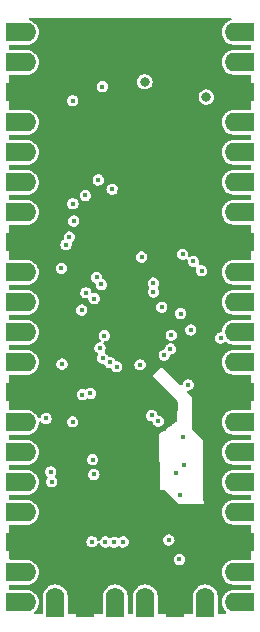
<source format=gbr>
%TF.GenerationSoftware,KiCad,Pcbnew,6.0.1-79c1e3a40b~116~ubuntu20.04.1*%
%TF.CreationDate,2022-03-09T16:59:07+01:00*%
%TF.ProjectId,microcontroller_mini,6d696372-6f63-46f6-9e74-726f6c6c6572,rev?*%
%TF.SameCoordinates,Original*%
%TF.FileFunction,Copper,L3,Inr*%
%TF.FilePolarity,Positive*%
%FSLAX46Y46*%
G04 Gerber Fmt 4.6, Leading zero omitted, Abs format (unit mm)*
G04 Created by KiCad (PCBNEW 6.0.1-79c1e3a40b~116~ubuntu20.04.1) date 2022-03-09 16:59:07*
%MOMM*%
%LPD*%
G01*
G04 APERTURE LIST*
%TA.AperFunction,ComponentPad*%
%ADD10O,2.400000X1.600000*%
%TD*%
%TA.AperFunction,ComponentPad*%
%ADD11R,1.000000X1.600000*%
%TD*%
%TA.AperFunction,ComponentPad*%
%ADD12O,1.600000X2.400000*%
%TD*%
%TA.AperFunction,ComponentPad*%
%ADD13R,1.600000X1.000000*%
%TD*%
%TA.AperFunction,ViaPad*%
%ADD14C,0.800000*%
%TD*%
%TA.AperFunction,ViaPad*%
%ADD15C,0.450000*%
%TD*%
G04 APERTURE END LIST*
D10*
%TO.N,PB11*%
%TO.C,J1*%
X86460978Y-50810000D03*
D11*
X85660978Y-50810000D03*
%TO.N,PB12*%
X85660978Y-53350000D03*
D10*
X86460978Y-53350000D03*
D11*
%TO.N,GNDD*%
X85660978Y-55890000D03*
D10*
X86460978Y-55890000D03*
%TO.N,PB13*%
X86460978Y-58430000D03*
D11*
X85660978Y-58430000D03*
D10*
%TO.N,PB14*%
X86460978Y-60970000D03*
D11*
X85660978Y-60970000D03*
D10*
%TO.N,PB15*%
X86460978Y-63510000D03*
D11*
X85660978Y-63510000D03*
D10*
%TO.N,PC6*%
X86460978Y-66050000D03*
D11*
X85660978Y-66050000D03*
D10*
%TO.N,GNDD*%
X86460978Y-68590000D03*
D11*
X85660978Y-68590000D03*
D10*
%TO.N,PC7*%
X86460978Y-71130000D03*
D11*
X85660978Y-71130000D03*
D10*
%TO.N,PC8*%
X86460978Y-73670000D03*
D11*
X85660978Y-73670000D03*
%TO.N,PC9*%
X85660978Y-76210000D03*
D10*
X86460978Y-76210000D03*
%TO.N,PA8*%
X86460978Y-78750000D03*
D11*
X85660978Y-78750000D03*
%TO.N,GNDD*%
X85660978Y-81290000D03*
D10*
X86460978Y-81290000D03*
D11*
%TO.N,PA9*%
X85660978Y-83830000D03*
D10*
X86460978Y-83830000D03*
D11*
%TO.N,PA10*%
X85660978Y-86370000D03*
D10*
X86460978Y-86370000D03*
D11*
%TO.N,PC10*%
X85660978Y-88910000D03*
D10*
X86460978Y-88910000D03*
D11*
%TO.N,PC11*%
X85660978Y-91450000D03*
D10*
X86460978Y-91450000D03*
%TO.N,GNDD*%
X86460978Y-93990000D03*
D11*
X85660978Y-93990000D03*
%TO.N,PC12*%
X85660978Y-96530000D03*
D10*
X86460978Y-96530000D03*
D11*
%TO.N,PB4*%
X85660978Y-99070000D03*
D10*
X86460978Y-99070000D03*
D12*
%TO.N,PB5*%
X89310978Y-99010000D03*
D13*
X89310978Y-99810000D03*
D12*
%TO.N,GNDD*%
X91850978Y-99010000D03*
D13*
X91850978Y-99810000D03*
D12*
%TO.N,PB6*%
X94390978Y-99010000D03*
D13*
X94390978Y-99810000D03*
D12*
%TO.N,PB7*%
X96930978Y-99010000D03*
D13*
X96930978Y-99810000D03*
%TO.N,GNDD*%
X99470978Y-99810000D03*
D12*
X99470978Y-99010000D03*
%TO.N,PB8*%
X102010978Y-99010000D03*
D13*
X102010978Y-99810000D03*
D10*
%TO.N,PB9*%
X104860978Y-99070000D03*
D11*
X105660978Y-99070000D03*
%TO.N,PC13*%
X105660978Y-96530000D03*
D10*
X104860978Y-96530000D03*
D11*
%TO.N,GNDD*%
X105660978Y-93990000D03*
D10*
X104860978Y-93990000D03*
%TO.N,PC0*%
X104860978Y-91450000D03*
D11*
X105660978Y-91450000D03*
%TO.N,PC1*%
X105660978Y-88910000D03*
D10*
X104860978Y-88910000D03*
%TO.N,PC2*%
X104860978Y-86370000D03*
D11*
X105660978Y-86370000D03*
D10*
%TO.N,PC3*%
X104860978Y-83830000D03*
D11*
X105660978Y-83830000D03*
%TO.N,GNDD*%
X105660978Y-81290000D03*
D10*
X104860978Y-81290000D03*
D11*
%TO.N,PA0*%
X105660978Y-78750000D03*
D10*
X104860978Y-78750000D03*
D11*
%TO.N,PA1*%
X105660978Y-76210000D03*
D10*
X104860978Y-76210000D03*
D11*
%TO.N,PB0*%
X105660978Y-73670000D03*
D10*
X104860978Y-73670000D03*
%TO.N,PA5*%
X104860978Y-71130000D03*
D11*
X105660978Y-71130000D03*
%TO.N,GNDD*%
X105660978Y-68590000D03*
D10*
X104860978Y-68590000D03*
%TO.N,PA6*%
X104860978Y-66050000D03*
D11*
X105660978Y-66050000D03*
%TO.N,PC4*%
X105660978Y-63510000D03*
D10*
X104860978Y-63510000D03*
%TO.N,+3V3*%
X104860978Y-60970000D03*
D11*
X105660978Y-60970000D03*
D10*
%TO.N,PB1*%
X104860978Y-58430000D03*
D11*
X105660978Y-58430000D03*
D10*
%TO.N,GNDD*%
X104860978Y-55890000D03*
D11*
X105660978Y-55890000D03*
%TO.N,+BATT*%
X105660978Y-53350000D03*
D10*
X104860978Y-53350000D03*
D11*
%TO.N,+5VD*%
X105660978Y-50810000D03*
D10*
X104860978Y-50810000D03*
%TD*%
D14*
%TO.N,+5VD*%
X102100000Y-56300000D03*
D15*
%TO.N,VBUS*%
X93300000Y-55400000D03*
D14*
X96900000Y-55000000D03*
D15*
%TO.N,+3V3*%
X92580978Y-88240000D03*
X103330978Y-76690000D03*
X92430978Y-93940000D03*
X99129483Y-76454659D03*
X91560978Y-74330878D03*
X88532947Y-83506762D03*
%TO.N,GNDD*%
X103660978Y-80010000D03*
X102180978Y-85990000D03*
X102180978Y-85240000D03*
X102180978Y-86790000D03*
X102080978Y-90990000D03*
X97802066Y-82424393D03*
X102427112Y-70600000D03*
X97930978Y-89190000D03*
D14*
X92400000Y-51700000D03*
D15*
X97930978Y-84990000D03*
X94703111Y-64390000D03*
X102080978Y-90190000D03*
X101760100Y-96010878D03*
X98480978Y-84390000D03*
X101080978Y-90990000D03*
X103854989Y-82410000D03*
X100130978Y-85110000D03*
X101260978Y-67710000D03*
X97330978Y-71390000D03*
D14*
X99200000Y-51790000D03*
D15*
X97330978Y-70290000D03*
X99280978Y-90590000D03*
X101080978Y-83190000D03*
X101210978Y-75440000D03*
X102080978Y-88590000D03*
X88200000Y-61100000D03*
X91080978Y-64690000D03*
X97930978Y-88390000D03*
X102480978Y-78290000D03*
X101586444Y-69886444D03*
X89830978Y-69990000D03*
X94310978Y-94810000D03*
X100260978Y-67210000D03*
X97360978Y-64510000D03*
X88779924Y-82374180D03*
X97930978Y-87590000D03*
X97871711Y-74549267D03*
D14*
X102800000Y-58600000D03*
D15*
X93360978Y-71210000D03*
X90680978Y-66090000D03*
X99566307Y-69110000D03*
X93669342Y-77835331D03*
X88280978Y-71034721D03*
X95560978Y-94810000D03*
X93156967Y-89590000D03*
X97930978Y-86790000D03*
X94630978Y-78490000D03*
X100230978Y-87410000D03*
X99788703Y-75255164D03*
X90130978Y-69440000D03*
X91180978Y-80990000D03*
X88200000Y-58400000D03*
X97180978Y-73540000D03*
X93330978Y-73240000D03*
X90800000Y-55900000D03*
X98730978Y-83190000D03*
X98310978Y-63310000D03*
X98080978Y-89990000D03*
X93279122Y-59879122D03*
X90260978Y-50510000D03*
X88200000Y-64000000D03*
X92430978Y-64309872D03*
X100280978Y-90990000D03*
X99430978Y-82690000D03*
X90630978Y-74890000D03*
X98209698Y-94165410D03*
X98046682Y-78575293D03*
X102080978Y-89390000D03*
X101530978Y-81740000D03*
X99380978Y-83390000D03*
X98460978Y-65410000D03*
X93935534Y-76035570D03*
X92542414Y-72702185D03*
X101080978Y-83990000D03*
X92330978Y-82590000D03*
X103060978Y-93510000D03*
X90280978Y-67490000D03*
X101080978Y-82590000D03*
X103060978Y-94310000D03*
D14*
X98000000Y-52200000D03*
X92080978Y-53590000D03*
X95900000Y-56500000D03*
D15*
X98460978Y-77210000D03*
X99880978Y-89990000D03*
D14*
X95900000Y-58100000D03*
D15*
X93606256Y-77121131D03*
X102180978Y-87640000D03*
X97930978Y-85990000D03*
X93574182Y-63490000D03*
X93156967Y-90190000D03*
X99030978Y-83940000D03*
X99530978Y-88110000D03*
X94130978Y-78140000D03*
X93810978Y-71860000D03*
X101200000Y-50500000D03*
X101480978Y-84590000D03*
D14*
X94200000Y-52300000D03*
D15*
X98680978Y-89990000D03*
%TO.N,/NRST*%
X97481478Y-83248263D03*
X100560978Y-80660000D03*
%TO.N,PA4*%
X98330978Y-74090000D03*
X89010978Y-88860000D03*
%TO.N,PB11*%
X94123682Y-64096546D03*
%TO.N,PA8*%
X93210978Y-72160000D03*
%TO.N,PA9*%
X91912097Y-72858881D03*
%TO.N,PC10*%
X88936478Y-88023124D03*
%TO.N,/SWDIO*%
X93560978Y-93960000D03*
X93468075Y-76486498D03*
%TO.N,/SWCLK*%
X93098293Y-77525886D03*
X94298810Y-93974944D03*
%TO.N,/SWO*%
X95060978Y-93960000D03*
X93330978Y-78390000D03*
%TO.N,/STLINK_RX*%
X100785478Y-76010000D03*
X99830978Y-95440000D03*
%TO.N,/STLINK_TX*%
X99934944Y-74622339D03*
X98930978Y-93790000D03*
%TO.N,+BATT*%
X96498171Y-78966579D03*
%TO.N,PB12*%
X92950644Y-63308194D03*
%TO.N,PB13*%
X91861496Y-64622192D03*
%TO.N,PB14*%
X90808008Y-65321739D03*
%TO.N,PB15*%
X90880978Y-66790000D03*
%TO.N,PB6*%
X91610345Y-81477337D03*
%TO.N,PB7*%
X92279446Y-81381421D03*
%TO.N,PB1*%
X100100000Y-69600000D03*
%TO.N,/EEPROM_WP*%
X92480978Y-86990000D03*
X97630978Y-72790000D03*
%TO.N,PB0*%
X101017048Y-70198919D03*
%TO.N,PB8*%
X93928561Y-78757155D03*
%TO.N,PC6*%
X90510978Y-68140000D03*
%TO.N,PC7*%
X90230978Y-68790000D03*
%TO.N,PC8*%
X89830978Y-70790000D03*
%TO.N,PC9*%
X92810978Y-71560000D03*
%TO.N,PB9*%
X94524200Y-79130665D03*
%TO.N,PA10*%
X92610978Y-73360000D03*
%TO.N,PC12*%
X89883529Y-78896501D03*
%TO.N,PC13*%
X98030978Y-83740000D03*
%TO.N,PC4*%
X101700000Y-71000000D03*
%TO.N,PC5*%
X97630978Y-72040000D03*
X90780978Y-83790000D03*
%TO.N,PC0*%
X98532542Y-78144254D03*
%TO.N,PC1*%
X99060978Y-77610000D03*
%TO.N,PA5*%
X90800000Y-56600000D03*
X96630978Y-69840000D03*
%TD*%
%TA.AperFunction,Conductor*%
%TO.N,GNDD*%
G36*
X104181325Y-49580002D02*
G01*
X104227818Y-49633658D01*
X104237922Y-49703932D01*
X104208428Y-49768512D01*
X104149622Y-49806622D01*
X104058727Y-49834065D01*
X103876827Y-49930782D01*
X103813032Y-49982812D01*
X103721953Y-50057094D01*
X103721950Y-50057097D01*
X103717178Y-50060989D01*
X103713251Y-50065736D01*
X103713249Y-50065738D01*
X103589789Y-50214975D01*
X103589787Y-50214979D01*
X103585860Y-50219725D01*
X103487875Y-50400945D01*
X103426955Y-50597746D01*
X103426311Y-50603871D01*
X103426311Y-50603872D01*
X103425436Y-50612203D01*
X103405421Y-50802631D01*
X103406584Y-50815413D01*
X103422205Y-50987058D01*
X103424092Y-51007797D01*
X103482258Y-51205428D01*
X103577704Y-51387998D01*
X103581564Y-51392799D01*
X103581566Y-51392802D01*
X103671384Y-51504513D01*
X103706793Y-51548553D01*
X103864608Y-51680976D01*
X103870006Y-51683944D01*
X103870011Y-51683947D01*
X104039743Y-51777257D01*
X104045140Y-51780224D01*
X104241510Y-51842516D01*
X104247627Y-51843202D01*
X104247631Y-51843203D01*
X104323852Y-51851752D01*
X104401842Y-51860500D01*
X105784978Y-51860500D01*
X105853099Y-51880502D01*
X105899592Y-51934158D01*
X105910978Y-51986500D01*
X105910978Y-52173500D01*
X105890976Y-52241621D01*
X105837320Y-52288114D01*
X105784978Y-52299500D01*
X104409137Y-52299500D01*
X104255948Y-52314520D01*
X104058727Y-52374065D01*
X103876827Y-52470782D01*
X103813032Y-52522812D01*
X103721953Y-52597094D01*
X103721950Y-52597097D01*
X103717178Y-52600989D01*
X103713251Y-52605736D01*
X103713249Y-52605738D01*
X103589789Y-52754975D01*
X103589787Y-52754979D01*
X103585860Y-52759725D01*
X103487875Y-52940945D01*
X103426955Y-53137746D01*
X103426311Y-53143871D01*
X103426311Y-53143872D01*
X103425436Y-53152203D01*
X103405421Y-53342631D01*
X103406584Y-53355413D01*
X103422205Y-53527058D01*
X103424092Y-53547797D01*
X103482258Y-53745428D01*
X103577704Y-53927998D01*
X103581564Y-53932799D01*
X103581566Y-53932802D01*
X103671384Y-54044513D01*
X103706793Y-54088553D01*
X103864608Y-54220976D01*
X103870006Y-54223944D01*
X103870011Y-54223947D01*
X104039743Y-54317257D01*
X104045140Y-54320224D01*
X104241510Y-54382516D01*
X104247627Y-54383202D01*
X104247631Y-54383203D01*
X104323852Y-54391752D01*
X104401842Y-54400500D01*
X105784978Y-54400500D01*
X105853099Y-54420502D01*
X105899592Y-54474158D01*
X105910978Y-54526500D01*
X105910978Y-57253500D01*
X105890976Y-57321621D01*
X105837320Y-57368114D01*
X105784978Y-57379500D01*
X104409137Y-57379500D01*
X104255948Y-57394520D01*
X104058727Y-57454065D01*
X103876827Y-57550782D01*
X103813032Y-57602812D01*
X103721953Y-57677094D01*
X103721950Y-57677097D01*
X103717178Y-57680989D01*
X103713251Y-57685736D01*
X103713249Y-57685738D01*
X103589789Y-57834975D01*
X103589787Y-57834979D01*
X103585860Y-57839725D01*
X103487875Y-58020945D01*
X103426955Y-58217746D01*
X103426311Y-58223871D01*
X103426311Y-58223872D01*
X103425436Y-58232203D01*
X103405421Y-58422631D01*
X103406584Y-58435413D01*
X103422205Y-58607058D01*
X103424092Y-58627797D01*
X103482258Y-58825428D01*
X103577704Y-59007998D01*
X103581564Y-59012799D01*
X103581566Y-59012802D01*
X103671384Y-59124513D01*
X103706793Y-59168553D01*
X103864608Y-59300976D01*
X103870006Y-59303944D01*
X103870011Y-59303947D01*
X104039743Y-59397257D01*
X104045140Y-59400224D01*
X104241510Y-59462516D01*
X104247627Y-59463202D01*
X104247631Y-59463203D01*
X104323852Y-59471752D01*
X104401842Y-59480500D01*
X105784978Y-59480500D01*
X105853099Y-59500502D01*
X105899592Y-59554158D01*
X105910978Y-59606500D01*
X105910978Y-59793500D01*
X105890976Y-59861621D01*
X105837320Y-59908114D01*
X105784978Y-59919500D01*
X104409137Y-59919500D01*
X104255948Y-59934520D01*
X104058727Y-59994065D01*
X103876827Y-60090782D01*
X103813032Y-60142812D01*
X103721953Y-60217094D01*
X103721950Y-60217097D01*
X103717178Y-60220989D01*
X103713251Y-60225736D01*
X103713249Y-60225738D01*
X103589789Y-60374975D01*
X103589787Y-60374979D01*
X103585860Y-60379725D01*
X103487875Y-60560945D01*
X103426955Y-60757746D01*
X103426311Y-60763871D01*
X103426311Y-60763872D01*
X103425436Y-60772203D01*
X103405421Y-60962631D01*
X103406584Y-60975413D01*
X103422205Y-61147058D01*
X103424092Y-61167797D01*
X103482258Y-61365428D01*
X103577704Y-61547998D01*
X103581564Y-61552799D01*
X103581566Y-61552802D01*
X103671384Y-61664513D01*
X103706793Y-61708553D01*
X103864608Y-61840976D01*
X103870006Y-61843944D01*
X103870011Y-61843947D01*
X104039743Y-61937257D01*
X104045140Y-61940224D01*
X104241510Y-62002516D01*
X104247627Y-62003202D01*
X104247631Y-62003203D01*
X104323852Y-62011752D01*
X104401842Y-62020500D01*
X105784978Y-62020500D01*
X105853099Y-62040502D01*
X105899592Y-62094158D01*
X105910978Y-62146500D01*
X105910978Y-62333500D01*
X105890976Y-62401621D01*
X105837320Y-62448114D01*
X105784978Y-62459500D01*
X104409137Y-62459500D01*
X104255948Y-62474520D01*
X104058727Y-62534065D01*
X103876827Y-62630782D01*
X103813032Y-62682812D01*
X103721953Y-62757094D01*
X103721950Y-62757097D01*
X103717178Y-62760989D01*
X103713251Y-62765736D01*
X103713249Y-62765738D01*
X103589789Y-62914975D01*
X103589787Y-62914979D01*
X103585860Y-62919725D01*
X103487875Y-63100945D01*
X103426955Y-63297746D01*
X103426311Y-63303871D01*
X103426311Y-63303872D01*
X103424120Y-63324724D01*
X103405421Y-63502631D01*
X103406584Y-63515413D01*
X103422205Y-63687058D01*
X103424092Y-63707797D01*
X103482258Y-63905428D01*
X103577704Y-64087998D01*
X103581564Y-64092799D01*
X103581566Y-64092802D01*
X103698866Y-64238694D01*
X103706793Y-64248553D01*
X103864608Y-64380976D01*
X103870006Y-64383944D01*
X103870011Y-64383947D01*
X103998648Y-64454665D01*
X104045140Y-64480224D01*
X104241510Y-64542516D01*
X104247627Y-64543202D01*
X104247631Y-64543203D01*
X104323852Y-64551752D01*
X104401842Y-64560500D01*
X105784978Y-64560500D01*
X105853099Y-64580502D01*
X105899592Y-64634158D01*
X105910978Y-64686500D01*
X105910978Y-64873500D01*
X105890976Y-64941621D01*
X105837320Y-64988114D01*
X105784978Y-64999500D01*
X104409137Y-64999500D01*
X104255948Y-65014520D01*
X104058727Y-65074065D01*
X103876827Y-65170782D01*
X103813032Y-65222812D01*
X103721953Y-65297094D01*
X103721950Y-65297097D01*
X103717178Y-65300989D01*
X103713251Y-65305736D01*
X103713249Y-65305738D01*
X103589789Y-65454975D01*
X103589787Y-65454979D01*
X103585860Y-65459725D01*
X103487875Y-65640945D01*
X103426955Y-65837746D01*
X103426311Y-65843871D01*
X103426311Y-65843872D01*
X103425436Y-65852203D01*
X103405421Y-66042631D01*
X103406584Y-66055413D01*
X103422205Y-66227058D01*
X103424092Y-66247797D01*
X103482258Y-66445428D01*
X103577704Y-66627998D01*
X103581564Y-66632799D01*
X103581566Y-66632802D01*
X103606696Y-66664057D01*
X103706793Y-66788553D01*
X103864608Y-66920976D01*
X103870006Y-66923944D01*
X103870011Y-66923947D01*
X104039743Y-67017257D01*
X104045140Y-67020224D01*
X104241510Y-67082516D01*
X104247627Y-67083202D01*
X104247631Y-67083203D01*
X104323852Y-67091752D01*
X104401842Y-67100500D01*
X105784978Y-67100500D01*
X105853099Y-67120502D01*
X105899592Y-67174158D01*
X105910978Y-67226500D01*
X105910978Y-69953500D01*
X105890976Y-70021621D01*
X105837320Y-70068114D01*
X105784978Y-70079500D01*
X104409137Y-70079500D01*
X104255948Y-70094520D01*
X104058727Y-70154065D01*
X103876827Y-70250782D01*
X103795072Y-70317460D01*
X103721953Y-70377094D01*
X103721950Y-70377097D01*
X103717178Y-70380989D01*
X103713251Y-70385736D01*
X103713249Y-70385738D01*
X103589789Y-70534975D01*
X103589787Y-70534979D01*
X103585860Y-70539725D01*
X103487875Y-70720945D01*
X103426955Y-70917746D01*
X103426311Y-70923871D01*
X103426311Y-70923872D01*
X103409118Y-71087460D01*
X103405421Y-71122631D01*
X103409214Y-71164311D01*
X103422414Y-71309354D01*
X103424092Y-71327797D01*
X103482258Y-71525428D01*
X103577704Y-71707998D01*
X103581564Y-71712799D01*
X103581566Y-71712802D01*
X103668342Y-71820730D01*
X103706793Y-71868553D01*
X103864608Y-72000976D01*
X103870006Y-72003944D01*
X103870011Y-72003947D01*
X104039743Y-72097257D01*
X104045140Y-72100224D01*
X104051013Y-72102087D01*
X104233579Y-72160000D01*
X104241510Y-72162516D01*
X104247627Y-72163202D01*
X104247631Y-72163203D01*
X104323718Y-72171737D01*
X104401842Y-72180500D01*
X105784978Y-72180500D01*
X105853099Y-72200502D01*
X105899592Y-72254158D01*
X105910978Y-72306500D01*
X105910978Y-72493500D01*
X105890976Y-72561621D01*
X105837320Y-72608114D01*
X105784978Y-72619500D01*
X104409137Y-72619500D01*
X104255948Y-72634520D01*
X104058727Y-72694065D01*
X103876827Y-72790782D01*
X103813032Y-72842812D01*
X103721953Y-72917094D01*
X103721950Y-72917097D01*
X103717178Y-72920989D01*
X103713251Y-72925736D01*
X103713249Y-72925738D01*
X103589789Y-73074975D01*
X103589787Y-73074979D01*
X103585860Y-73079725D01*
X103487875Y-73260945D01*
X103426955Y-73457746D01*
X103426311Y-73463871D01*
X103426311Y-73463872D01*
X103406593Y-73651484D01*
X103405421Y-73662631D01*
X103411517Y-73729612D01*
X103422205Y-73847058D01*
X103424092Y-73867797D01*
X103482258Y-74065428D01*
X103577704Y-74247998D01*
X103581564Y-74252799D01*
X103581566Y-74252802D01*
X103673158Y-74366719D01*
X103706793Y-74408553D01*
X103864608Y-74540976D01*
X103870006Y-74543944D01*
X103870011Y-74543947D01*
X104025118Y-74629217D01*
X104045140Y-74640224D01*
X104241510Y-74702516D01*
X104247627Y-74703202D01*
X104247631Y-74703203D01*
X104323852Y-74711752D01*
X104401842Y-74720500D01*
X105784978Y-74720500D01*
X105853099Y-74740502D01*
X105899592Y-74794158D01*
X105910978Y-74846500D01*
X105910978Y-75033500D01*
X105890976Y-75101621D01*
X105837320Y-75148114D01*
X105784978Y-75159500D01*
X104409137Y-75159500D01*
X104255948Y-75174520D01*
X104058727Y-75234065D01*
X103876827Y-75330782D01*
X103813032Y-75382812D01*
X103721953Y-75457094D01*
X103721950Y-75457097D01*
X103717178Y-75460989D01*
X103713251Y-75465736D01*
X103713249Y-75465738D01*
X103589789Y-75614975D01*
X103589787Y-75614979D01*
X103585860Y-75619725D01*
X103487875Y-75800945D01*
X103426955Y-75997746D01*
X103426312Y-76003869D01*
X103426311Y-76003871D01*
X103416063Y-76101376D01*
X103389050Y-76167033D01*
X103330828Y-76207662D01*
X103289983Y-76214203D01*
X103265782Y-76214055D01*
X103257150Y-76216522D01*
X103143451Y-76249017D01*
X103143449Y-76249018D01*
X103134820Y-76251484D01*
X103127230Y-76256273D01*
X103039446Y-76311661D01*
X103019628Y-76324165D01*
X103013685Y-76330894D01*
X103013684Y-76330895D01*
X102973407Y-76376500D01*
X102929465Y-76426255D01*
X102925651Y-76434378D01*
X102925650Y-76434380D01*
X102902255Y-76484210D01*
X102871579Y-76549548D01*
X102870199Y-76558412D01*
X102870198Y-76558415D01*
X102857397Y-76640633D01*
X102850624Y-76684131D01*
X102851788Y-76693033D01*
X102851788Y-76693036D01*
X102853812Y-76708515D01*
X102868284Y-76819186D01*
X102871901Y-76827406D01*
X102916546Y-76928869D01*
X102923140Y-76943856D01*
X102928917Y-76950729D01*
X102928918Y-76950730D01*
X103005002Y-77041243D01*
X103010782Y-77048119D01*
X103124165Y-77123593D01*
X103155050Y-77133242D01*
X103240861Y-77160051D01*
X103254173Y-77164210D01*
X103390355Y-77166706D01*
X103433520Y-77154938D01*
X103513102Y-77133242D01*
X103513105Y-77133241D01*
X103521764Y-77130880D01*
X103529414Y-77126183D01*
X103529416Y-77126182D01*
X103630184Y-77064311D01*
X103630187Y-77064308D01*
X103637836Y-77059612D01*
X103643861Y-77052956D01*
X103650767Y-77047222D01*
X103651748Y-77048404D01*
X103703836Y-77016501D01*
X103774816Y-77018038D01*
X103817700Y-77041615D01*
X103864608Y-77080976D01*
X103870000Y-77083940D01*
X103870004Y-77083943D01*
X104016254Y-77164344D01*
X104045140Y-77180224D01*
X104241510Y-77242516D01*
X104247627Y-77243202D01*
X104247631Y-77243203D01*
X104316211Y-77250895D01*
X104401842Y-77260500D01*
X105784978Y-77260500D01*
X105853099Y-77280502D01*
X105899592Y-77334158D01*
X105910978Y-77386500D01*
X105910978Y-77573500D01*
X105890976Y-77641621D01*
X105837320Y-77688114D01*
X105784978Y-77699500D01*
X104409137Y-77699500D01*
X104255948Y-77714520D01*
X104058727Y-77774065D01*
X103876827Y-77870782D01*
X103813032Y-77922812D01*
X103721953Y-77997094D01*
X103721950Y-77997097D01*
X103717178Y-78000989D01*
X103713251Y-78005736D01*
X103713249Y-78005738D01*
X103589789Y-78154975D01*
X103589787Y-78154979D01*
X103585860Y-78159725D01*
X103487875Y-78340945D01*
X103426955Y-78537746D01*
X103426311Y-78543871D01*
X103426311Y-78543872D01*
X103409959Y-78699459D01*
X103405421Y-78742631D01*
X103413033Y-78826270D01*
X103422205Y-78927058D01*
X103424092Y-78947797D01*
X103482258Y-79145428D01*
X103485115Y-79150893D01*
X103489382Y-79159055D01*
X103577704Y-79327998D01*
X103581564Y-79332799D01*
X103581566Y-79332802D01*
X103668522Y-79440953D01*
X103706793Y-79488553D01*
X103864608Y-79620976D01*
X103870006Y-79623944D01*
X103870011Y-79623947D01*
X104039743Y-79717257D01*
X104045140Y-79720224D01*
X104241510Y-79782516D01*
X104247627Y-79783202D01*
X104247631Y-79783203D01*
X104323852Y-79791752D01*
X104401842Y-79800500D01*
X105784978Y-79800500D01*
X105853099Y-79820502D01*
X105899592Y-79874158D01*
X105910978Y-79926500D01*
X105910978Y-82653500D01*
X105890976Y-82721621D01*
X105837320Y-82768114D01*
X105784978Y-82779500D01*
X104409137Y-82779500D01*
X104255948Y-82794520D01*
X104058727Y-82854065D01*
X103876827Y-82950782D01*
X103825501Y-82992643D01*
X103721953Y-83077094D01*
X103721950Y-83077097D01*
X103717178Y-83080989D01*
X103713251Y-83085736D01*
X103713249Y-83085738D01*
X103589789Y-83234975D01*
X103589787Y-83234979D01*
X103585860Y-83239725D01*
X103487875Y-83420945D01*
X103426955Y-83617746D01*
X103426311Y-83623871D01*
X103426311Y-83623872D01*
X103408532Y-83793036D01*
X103405421Y-83822631D01*
X103411193Y-83886054D01*
X103422205Y-84007058D01*
X103424092Y-84027797D01*
X103482258Y-84225428D01*
X103485115Y-84230893D01*
X103503838Y-84266706D01*
X103577704Y-84407998D01*
X103581564Y-84412799D01*
X103581566Y-84412802D01*
X103671384Y-84524513D01*
X103706793Y-84568553D01*
X103864608Y-84700976D01*
X103870006Y-84703944D01*
X103870011Y-84703947D01*
X104038532Y-84796591D01*
X104045140Y-84800224D01*
X104241510Y-84862516D01*
X104247627Y-84863202D01*
X104247631Y-84863203D01*
X104323852Y-84871752D01*
X104401842Y-84880500D01*
X105784978Y-84880500D01*
X105853099Y-84900502D01*
X105899592Y-84954158D01*
X105910978Y-85006500D01*
X105910978Y-85193500D01*
X105890976Y-85261621D01*
X105837320Y-85308114D01*
X105784978Y-85319500D01*
X104409137Y-85319500D01*
X104255948Y-85334520D01*
X104058727Y-85394065D01*
X103876827Y-85490782D01*
X103813032Y-85542812D01*
X103721953Y-85617094D01*
X103721950Y-85617097D01*
X103717178Y-85620989D01*
X103713251Y-85625736D01*
X103713249Y-85625738D01*
X103589789Y-85774975D01*
X103589787Y-85774979D01*
X103585860Y-85779725D01*
X103487875Y-85960945D01*
X103426955Y-86157746D01*
X103426311Y-86163871D01*
X103426311Y-86163872D01*
X103425436Y-86172203D01*
X103405421Y-86362631D01*
X103406584Y-86375413D01*
X103423273Y-86558794D01*
X103424092Y-86567797D01*
X103482258Y-86765428D01*
X103577704Y-86947998D01*
X103581564Y-86952799D01*
X103581566Y-86952802D01*
X103671384Y-87064513D01*
X103706793Y-87108553D01*
X103864608Y-87240976D01*
X103870006Y-87243944D01*
X103870011Y-87243947D01*
X104039743Y-87337257D01*
X104045140Y-87340224D01*
X104241510Y-87402516D01*
X104247627Y-87403202D01*
X104247631Y-87403203D01*
X104323852Y-87411752D01*
X104401842Y-87420500D01*
X105784978Y-87420500D01*
X105853099Y-87440502D01*
X105899592Y-87494158D01*
X105910978Y-87546500D01*
X105910978Y-87733500D01*
X105890976Y-87801621D01*
X105837320Y-87848114D01*
X105784978Y-87859500D01*
X104409137Y-87859500D01*
X104255948Y-87874520D01*
X104058727Y-87934065D01*
X103876827Y-88030782D01*
X103813032Y-88082812D01*
X103721953Y-88157094D01*
X103721950Y-88157097D01*
X103717178Y-88160989D01*
X103713251Y-88165736D01*
X103713249Y-88165738D01*
X103589789Y-88314975D01*
X103589787Y-88314979D01*
X103585860Y-88319725D01*
X103549996Y-88386054D01*
X103496153Y-88485636D01*
X103487875Y-88500945D01*
X103426955Y-88697746D01*
X103426311Y-88703871D01*
X103426311Y-88703872D01*
X103409583Y-88863036D01*
X103405421Y-88902631D01*
X103413298Y-88989186D01*
X103422205Y-89087058D01*
X103424092Y-89107797D01*
X103482258Y-89305428D01*
X103577704Y-89487998D01*
X103581564Y-89492799D01*
X103581566Y-89492802D01*
X103659715Y-89590000D01*
X103706793Y-89648553D01*
X103864608Y-89780976D01*
X103870006Y-89783944D01*
X103870011Y-89783947D01*
X104039743Y-89877257D01*
X104045140Y-89880224D01*
X104241510Y-89942516D01*
X104247627Y-89943202D01*
X104247631Y-89943203D01*
X104323852Y-89951752D01*
X104401842Y-89960500D01*
X105784978Y-89960500D01*
X105853099Y-89980502D01*
X105899592Y-90034158D01*
X105910978Y-90086500D01*
X105910978Y-90273500D01*
X105890976Y-90341621D01*
X105837320Y-90388114D01*
X105784978Y-90399500D01*
X104409137Y-90399500D01*
X104255948Y-90414520D01*
X104058727Y-90474065D01*
X103876827Y-90570782D01*
X103813032Y-90622812D01*
X103721953Y-90697094D01*
X103721950Y-90697097D01*
X103717178Y-90700989D01*
X103713251Y-90705736D01*
X103713249Y-90705738D01*
X103589789Y-90854975D01*
X103589787Y-90854979D01*
X103585860Y-90859725D01*
X103487875Y-91040945D01*
X103426955Y-91237746D01*
X103426311Y-91243871D01*
X103426311Y-91243872D01*
X103425436Y-91252203D01*
X103405421Y-91442631D01*
X103406584Y-91455413D01*
X103422205Y-91627058D01*
X103424092Y-91647797D01*
X103482258Y-91845428D01*
X103577704Y-92027998D01*
X103581564Y-92032799D01*
X103581566Y-92032802D01*
X103671384Y-92144513D01*
X103706793Y-92188553D01*
X103864608Y-92320976D01*
X103870006Y-92323944D01*
X103870011Y-92323947D01*
X104039743Y-92417257D01*
X104045140Y-92420224D01*
X104241510Y-92482516D01*
X104247627Y-92483202D01*
X104247631Y-92483203D01*
X104323852Y-92491752D01*
X104401842Y-92500500D01*
X105784978Y-92500500D01*
X105853099Y-92520502D01*
X105899592Y-92574158D01*
X105910978Y-92626500D01*
X105910978Y-95353500D01*
X105890976Y-95421621D01*
X105837320Y-95468114D01*
X105784978Y-95479500D01*
X104409137Y-95479500D01*
X104255948Y-95494520D01*
X104058727Y-95554065D01*
X103876827Y-95650782D01*
X103786880Y-95724141D01*
X103721953Y-95777094D01*
X103721950Y-95777097D01*
X103717178Y-95780989D01*
X103713251Y-95785736D01*
X103713249Y-95785738D01*
X103589789Y-95934975D01*
X103589787Y-95934979D01*
X103585860Y-95939725D01*
X103487875Y-96120945D01*
X103426955Y-96317746D01*
X103426311Y-96323871D01*
X103426311Y-96323872D01*
X103425436Y-96332203D01*
X103405421Y-96522631D01*
X103406584Y-96535413D01*
X103422205Y-96707058D01*
X103424092Y-96727797D01*
X103482258Y-96925428D01*
X103577704Y-97107998D01*
X103581564Y-97112799D01*
X103581566Y-97112802D01*
X103671384Y-97224513D01*
X103706793Y-97268553D01*
X103864608Y-97400976D01*
X103870006Y-97403944D01*
X103870011Y-97403947D01*
X104039743Y-97497257D01*
X104045140Y-97500224D01*
X104241510Y-97562516D01*
X104247627Y-97563202D01*
X104247631Y-97563203D01*
X104323852Y-97571752D01*
X104401842Y-97580500D01*
X105784978Y-97580500D01*
X105853099Y-97600502D01*
X105899592Y-97654158D01*
X105910978Y-97706500D01*
X105910978Y-97893500D01*
X105890976Y-97961621D01*
X105837320Y-98008114D01*
X105784978Y-98019500D01*
X104409137Y-98019500D01*
X104255948Y-98034520D01*
X104058727Y-98094065D01*
X103876827Y-98190782D01*
X103813032Y-98242812D01*
X103721953Y-98317094D01*
X103721950Y-98317097D01*
X103717178Y-98320989D01*
X103713251Y-98325736D01*
X103713249Y-98325738D01*
X103589789Y-98474975D01*
X103589787Y-98474979D01*
X103585860Y-98479725D01*
X103487875Y-98660945D01*
X103426955Y-98857746D01*
X103426311Y-98863871D01*
X103426311Y-98863872D01*
X103425436Y-98872203D01*
X103405421Y-99062631D01*
X103406584Y-99075413D01*
X103422205Y-99247058D01*
X103424092Y-99267797D01*
X103482258Y-99465428D01*
X103577704Y-99647998D01*
X103581564Y-99652799D01*
X103581566Y-99652802D01*
X103671384Y-99764513D01*
X103706793Y-99808553D01*
X103741268Y-99837481D01*
X103780593Y-99896587D01*
X103781719Y-99967575D01*
X103744288Y-100027903D01*
X103680184Y-100058417D01*
X103660275Y-100060000D01*
X103187478Y-100060000D01*
X103119357Y-100039998D01*
X103072864Y-99986342D01*
X103061478Y-99934000D01*
X103061478Y-98558159D01*
X103046458Y-98404970D01*
X102986913Y-98207749D01*
X102890196Y-98025849D01*
X102816837Y-97935902D01*
X102763884Y-97870975D01*
X102763881Y-97870972D01*
X102759989Y-97866200D01*
X102742764Y-97851950D01*
X102606003Y-97738811D01*
X102605999Y-97738809D01*
X102601253Y-97734882D01*
X102420033Y-97636897D01*
X102223232Y-97575977D01*
X102217107Y-97575333D01*
X102217106Y-97575333D01*
X102024476Y-97555087D01*
X102024474Y-97555087D01*
X102018347Y-97554443D01*
X101950109Y-97560653D01*
X101819320Y-97572555D01*
X101819317Y-97572556D01*
X101813181Y-97573114D01*
X101615550Y-97631280D01*
X101432980Y-97726726D01*
X101428179Y-97730586D01*
X101428176Y-97730588D01*
X101417949Y-97738811D01*
X101272425Y-97855815D01*
X101140002Y-98013630D01*
X101137034Y-98019028D01*
X101137031Y-98019033D01*
X101093667Y-98097913D01*
X101040754Y-98194162D01*
X100978462Y-98390532D01*
X100977776Y-98396649D01*
X100977775Y-98396653D01*
X100970407Y-98462344D01*
X100960478Y-98550864D01*
X100960478Y-99934000D01*
X100940476Y-100002121D01*
X100886820Y-100048614D01*
X100834478Y-100060000D01*
X98107478Y-100060000D01*
X98039357Y-100039998D01*
X97992864Y-99986342D01*
X97981478Y-99934000D01*
X97981478Y-98558159D01*
X97966458Y-98404970D01*
X97906913Y-98207749D01*
X97810196Y-98025849D01*
X97736837Y-97935902D01*
X97683884Y-97870975D01*
X97683881Y-97870972D01*
X97679989Y-97866200D01*
X97662764Y-97851950D01*
X97526003Y-97738811D01*
X97525999Y-97738809D01*
X97521253Y-97734882D01*
X97340033Y-97636897D01*
X97143232Y-97575977D01*
X97137107Y-97575333D01*
X97137106Y-97575333D01*
X96944476Y-97555087D01*
X96944474Y-97555087D01*
X96938347Y-97554443D01*
X96870109Y-97560653D01*
X96739320Y-97572555D01*
X96739317Y-97572556D01*
X96733181Y-97573114D01*
X96535550Y-97631280D01*
X96352980Y-97726726D01*
X96348179Y-97730586D01*
X96348176Y-97730588D01*
X96337949Y-97738811D01*
X96192425Y-97855815D01*
X96060002Y-98013630D01*
X96057034Y-98019028D01*
X96057031Y-98019033D01*
X96013667Y-98097913D01*
X95960754Y-98194162D01*
X95898462Y-98390532D01*
X95897776Y-98396649D01*
X95897775Y-98396653D01*
X95890407Y-98462344D01*
X95880478Y-98550864D01*
X95880478Y-99934000D01*
X95860476Y-100002121D01*
X95806820Y-100048614D01*
X95754478Y-100060000D01*
X95567478Y-100060000D01*
X95499357Y-100039998D01*
X95452864Y-99986342D01*
X95441478Y-99934000D01*
X95441478Y-98558159D01*
X95426458Y-98404970D01*
X95366913Y-98207749D01*
X95270196Y-98025849D01*
X95196837Y-97935902D01*
X95143884Y-97870975D01*
X95143881Y-97870972D01*
X95139989Y-97866200D01*
X95122764Y-97851950D01*
X94986003Y-97738811D01*
X94985999Y-97738809D01*
X94981253Y-97734882D01*
X94800033Y-97636897D01*
X94603232Y-97575977D01*
X94597107Y-97575333D01*
X94597106Y-97575333D01*
X94404476Y-97555087D01*
X94404474Y-97555087D01*
X94398347Y-97554443D01*
X94330109Y-97560653D01*
X94199320Y-97572555D01*
X94199317Y-97572556D01*
X94193181Y-97573114D01*
X93995550Y-97631280D01*
X93812980Y-97726726D01*
X93808179Y-97730586D01*
X93808176Y-97730588D01*
X93797949Y-97738811D01*
X93652425Y-97855815D01*
X93520002Y-98013630D01*
X93517034Y-98019028D01*
X93517031Y-98019033D01*
X93473667Y-98097913D01*
X93420754Y-98194162D01*
X93358462Y-98390532D01*
X93357776Y-98396649D01*
X93357775Y-98396653D01*
X93350407Y-98462344D01*
X93340478Y-98550864D01*
X93340478Y-99934000D01*
X93320476Y-100002121D01*
X93266820Y-100048614D01*
X93214478Y-100060000D01*
X90487478Y-100060000D01*
X90419357Y-100039998D01*
X90372864Y-99986342D01*
X90361478Y-99934000D01*
X90361478Y-98558159D01*
X90346458Y-98404970D01*
X90286913Y-98207749D01*
X90190196Y-98025849D01*
X90116837Y-97935902D01*
X90063884Y-97870975D01*
X90063881Y-97870972D01*
X90059989Y-97866200D01*
X90042764Y-97851950D01*
X89906003Y-97738811D01*
X89905999Y-97738809D01*
X89901253Y-97734882D01*
X89720033Y-97636897D01*
X89523232Y-97575977D01*
X89517107Y-97575333D01*
X89517106Y-97575333D01*
X89324476Y-97555087D01*
X89324474Y-97555087D01*
X89318347Y-97554443D01*
X89250109Y-97560653D01*
X89119320Y-97572555D01*
X89119317Y-97572556D01*
X89113181Y-97573114D01*
X88915550Y-97631280D01*
X88732980Y-97726726D01*
X88728179Y-97730586D01*
X88728176Y-97730588D01*
X88717949Y-97738811D01*
X88572425Y-97855815D01*
X88440002Y-98013630D01*
X88437034Y-98019028D01*
X88437031Y-98019033D01*
X88393667Y-98097913D01*
X88340754Y-98194162D01*
X88278462Y-98390532D01*
X88277776Y-98396649D01*
X88277775Y-98396653D01*
X88270407Y-98462344D01*
X88260478Y-98550864D01*
X88260478Y-99934000D01*
X88240476Y-100002121D01*
X88186820Y-100048614D01*
X88134478Y-100060000D01*
X87663146Y-100060000D01*
X87595025Y-100039998D01*
X87548532Y-99986342D01*
X87538428Y-99916068D01*
X87567922Y-99851488D01*
X87583510Y-99836358D01*
X87599997Y-99822912D01*
X87600007Y-99822903D01*
X87604778Y-99819011D01*
X87613430Y-99808553D01*
X87732167Y-99665025D01*
X87732169Y-99665021D01*
X87736096Y-99660275D01*
X87834081Y-99479055D01*
X87895001Y-99282254D01*
X87895900Y-99273705D01*
X87915891Y-99083498D01*
X87915891Y-99083496D01*
X87916535Y-99077369D01*
X87900712Y-98903500D01*
X87898423Y-98878342D01*
X87898422Y-98878339D01*
X87897864Y-98872203D01*
X87839698Y-98674572D01*
X87744252Y-98492002D01*
X87734382Y-98479725D01*
X87619028Y-98336254D01*
X87619028Y-98336253D01*
X87615163Y-98331447D01*
X87457348Y-98199024D01*
X87451950Y-98196056D01*
X87451945Y-98196053D01*
X87282213Y-98102743D01*
X87276816Y-98099776D01*
X87080446Y-98037484D01*
X87074329Y-98036798D01*
X87074325Y-98036797D01*
X86998104Y-98028248D01*
X86920114Y-98019500D01*
X85536978Y-98019500D01*
X85468857Y-97999498D01*
X85422364Y-97945842D01*
X85410978Y-97893500D01*
X85410978Y-97706500D01*
X85430980Y-97638379D01*
X85484636Y-97591886D01*
X85536978Y-97580500D01*
X86912819Y-97580500D01*
X87066008Y-97565480D01*
X87263229Y-97505935D01*
X87445129Y-97409218D01*
X87535076Y-97335859D01*
X87600003Y-97282906D01*
X87600006Y-97282903D01*
X87604778Y-97279011D01*
X87613430Y-97268553D01*
X87732167Y-97125025D01*
X87732169Y-97125021D01*
X87736096Y-97120275D01*
X87834081Y-96939055D01*
X87895001Y-96742254D01*
X87895900Y-96733705D01*
X87915891Y-96543498D01*
X87915891Y-96543496D01*
X87916535Y-96537369D01*
X87900712Y-96363500D01*
X87898423Y-96338342D01*
X87898422Y-96338339D01*
X87897864Y-96332203D01*
X87839698Y-96134572D01*
X87744252Y-95952002D01*
X87734382Y-95939725D01*
X87619028Y-95796254D01*
X87619028Y-95796253D01*
X87615163Y-95791447D01*
X87457348Y-95659024D01*
X87451950Y-95656056D01*
X87451945Y-95656053D01*
X87282213Y-95562743D01*
X87276816Y-95559776D01*
X87080446Y-95497484D01*
X87074329Y-95496798D01*
X87074325Y-95496797D01*
X86998104Y-95488248D01*
X86920114Y-95479500D01*
X85536978Y-95479500D01*
X85468857Y-95459498D01*
X85446876Y-95434131D01*
X99350624Y-95434131D01*
X99351788Y-95443033D01*
X99351788Y-95443036D01*
X99356596Y-95479801D01*
X99368284Y-95569186D01*
X99423140Y-95693856D01*
X99428917Y-95700729D01*
X99428918Y-95700730D01*
X99441158Y-95715291D01*
X99510782Y-95798119D01*
X99624165Y-95873593D01*
X99754173Y-95914210D01*
X99890355Y-95916706D01*
X99933520Y-95904938D01*
X100013102Y-95883242D01*
X100013105Y-95883241D01*
X100021764Y-95880880D01*
X100029414Y-95876183D01*
X100029416Y-95876182D01*
X100130184Y-95814311D01*
X100130187Y-95814308D01*
X100137836Y-95809612D01*
X100145355Y-95801306D01*
X100223211Y-95715291D01*
X100223212Y-95715290D01*
X100229239Y-95708631D01*
X100236398Y-95693856D01*
X100284712Y-95594135D01*
X100284712Y-95594134D01*
X100288627Y-95586054D01*
X100306488Y-95479893D01*
X100310419Y-95456530D01*
X100310419Y-95456525D01*
X100311225Y-95451737D01*
X100311368Y-95440000D01*
X100292059Y-95305171D01*
X100235684Y-95181180D01*
X100146774Y-95077996D01*
X100133472Y-95069374D01*
X100040010Y-95008794D01*
X100040008Y-95008793D01*
X100032479Y-95003913D01*
X100023882Y-95001342D01*
X100023880Y-95001341D01*
X99946951Y-94978335D01*
X99901984Y-94964887D01*
X99893008Y-94964832D01*
X99893007Y-94964832D01*
X99836014Y-94964484D01*
X99765782Y-94964055D01*
X99757150Y-94966522D01*
X99643451Y-94999017D01*
X99643449Y-94999018D01*
X99634820Y-95001484D01*
X99519628Y-95074165D01*
X99429465Y-95176255D01*
X99371579Y-95299548D01*
X99370199Y-95308412D01*
X99370198Y-95308415D01*
X99352572Y-95421621D01*
X99350624Y-95434131D01*
X85446876Y-95434131D01*
X85422364Y-95405842D01*
X85410978Y-95353500D01*
X85410978Y-93934131D01*
X91950624Y-93934131D01*
X91951788Y-93943033D01*
X91951788Y-93943036D01*
X91954642Y-93964860D01*
X91968284Y-94069186D01*
X92023140Y-94193856D01*
X92028917Y-94200729D01*
X92028918Y-94200730D01*
X92105002Y-94291243D01*
X92110782Y-94298119D01*
X92224165Y-94373593D01*
X92288182Y-94393593D01*
X92344302Y-94411126D01*
X92354173Y-94414210D01*
X92490355Y-94416706D01*
X92539741Y-94403242D01*
X92613102Y-94383242D01*
X92613105Y-94383241D01*
X92621764Y-94380880D01*
X92629414Y-94376183D01*
X92629416Y-94376182D01*
X92730184Y-94314311D01*
X92730187Y-94314308D01*
X92737836Y-94309612D01*
X92776673Y-94266706D01*
X92823211Y-94215291D01*
X92823212Y-94215290D01*
X92829239Y-94208631D01*
X92836398Y-94193856D01*
X92878881Y-94106170D01*
X92926583Y-94053587D01*
X92995142Y-94035141D01*
X93062789Y-94056688D01*
X93107601Y-94110361D01*
X93153140Y-94213856D01*
X93158917Y-94220729D01*
X93158918Y-94220730D01*
X93195467Y-94264210D01*
X93240782Y-94318119D01*
X93272402Y-94339167D01*
X93335067Y-94380880D01*
X93354165Y-94393593D01*
X93484173Y-94434210D01*
X93620355Y-94436706D01*
X93663520Y-94424938D01*
X93743102Y-94403242D01*
X93743105Y-94403241D01*
X93751764Y-94400880D01*
X93759414Y-94396183D01*
X93759416Y-94396182D01*
X93854095Y-94338049D01*
X93922612Y-94319451D01*
X93989842Y-94340537D01*
X94073569Y-94396270D01*
X94091997Y-94408537D01*
X94222005Y-94449154D01*
X94358187Y-94451650D01*
X94401352Y-94439882D01*
X94480934Y-94418186D01*
X94480937Y-94418185D01*
X94489596Y-94415824D01*
X94497246Y-94411127D01*
X94497248Y-94411126D01*
X94566479Y-94368618D01*
X94605668Y-94344556D01*
X94610789Y-94338898D01*
X94675354Y-94311043D01*
X94745399Y-94322627D01*
X94760466Y-94331221D01*
X94854165Y-94393593D01*
X94984173Y-94434210D01*
X95120355Y-94436706D01*
X95163520Y-94424938D01*
X95243102Y-94403242D01*
X95243105Y-94403241D01*
X95251764Y-94400880D01*
X95259414Y-94396183D01*
X95259416Y-94396182D01*
X95360184Y-94334311D01*
X95360187Y-94334308D01*
X95367836Y-94329612D01*
X95374159Y-94322627D01*
X95453211Y-94235291D01*
X95453212Y-94235290D01*
X95459239Y-94228631D01*
X95464091Y-94218618D01*
X95514712Y-94114135D01*
X95514712Y-94114134D01*
X95518627Y-94106054D01*
X95541225Y-93971737D01*
X95541368Y-93960000D01*
X95522059Y-93825171D01*
X95513584Y-93806530D01*
X95503399Y-93784131D01*
X98450624Y-93784131D01*
X98451788Y-93793033D01*
X98451788Y-93793036D01*
X98452640Y-93799548D01*
X98468284Y-93919186D01*
X98523140Y-94043856D01*
X98528917Y-94050729D01*
X98528918Y-94050730D01*
X98605002Y-94141243D01*
X98610782Y-94148119D01*
X98618259Y-94153096D01*
X98697189Y-94205636D01*
X98724165Y-94223593D01*
X98854173Y-94264210D01*
X98990355Y-94266706D01*
X99035383Y-94254430D01*
X99113102Y-94233242D01*
X99113105Y-94233241D01*
X99121764Y-94230880D01*
X99129414Y-94226183D01*
X99129416Y-94226182D01*
X99230184Y-94164311D01*
X99230187Y-94164308D01*
X99237836Y-94159612D01*
X99294328Y-94097201D01*
X99323211Y-94065291D01*
X99323212Y-94065290D01*
X99329239Y-94058631D01*
X99336398Y-94043856D01*
X99384712Y-93944135D01*
X99384712Y-93944134D01*
X99388627Y-93936054D01*
X99401096Y-93861941D01*
X99410419Y-93806530D01*
X99410419Y-93806525D01*
X99411225Y-93801737D01*
X99411368Y-93790000D01*
X99399819Y-93709354D01*
X99393332Y-93664057D01*
X99393331Y-93664054D01*
X99392059Y-93655171D01*
X99335684Y-93531180D01*
X99310081Y-93501466D01*
X99252635Y-93434798D01*
X99246774Y-93427996D01*
X99233472Y-93419374D01*
X99140010Y-93358794D01*
X99140008Y-93358793D01*
X99132479Y-93353913D01*
X99123882Y-93351342D01*
X99123880Y-93351341D01*
X99046951Y-93328335D01*
X99001984Y-93314887D01*
X98993008Y-93314832D01*
X98993007Y-93314832D01*
X98936014Y-93314484D01*
X98865782Y-93314055D01*
X98857150Y-93316522D01*
X98743451Y-93349017D01*
X98743449Y-93349018D01*
X98734820Y-93351484D01*
X98619628Y-93424165D01*
X98613685Y-93430894D01*
X98613684Y-93430895D01*
X98549197Y-93503913D01*
X98529465Y-93526255D01*
X98525651Y-93534378D01*
X98525650Y-93534380D01*
X98501979Y-93584798D01*
X98471579Y-93649548D01*
X98470199Y-93658412D01*
X98470198Y-93658415D01*
X98463540Y-93701180D01*
X98450624Y-93784131D01*
X95503399Y-93784131D01*
X95465684Y-93701180D01*
X95376774Y-93597996D01*
X95332616Y-93569374D01*
X95270010Y-93528794D01*
X95270008Y-93528793D01*
X95262479Y-93523913D01*
X95253882Y-93521342D01*
X95253880Y-93521341D01*
X95176951Y-93498335D01*
X95131984Y-93484887D01*
X95123008Y-93484832D01*
X95123007Y-93484832D01*
X95066014Y-93484484D01*
X94995782Y-93484055D01*
X94987150Y-93486522D01*
X94873451Y-93519017D01*
X94873449Y-93519018D01*
X94864820Y-93521484D01*
X94857230Y-93526273D01*
X94770660Y-93580895D01*
X94749628Y-93594165D01*
X94748182Y-93595803D01*
X94686464Y-93623329D01*
X94616282Y-93612602D01*
X94601107Y-93604189D01*
X94507845Y-93543740D01*
X94507843Y-93543739D01*
X94500311Y-93538857D01*
X94491714Y-93536286D01*
X94491712Y-93536285D01*
X94399786Y-93508794D01*
X94369816Y-93499831D01*
X94360840Y-93499776D01*
X94360839Y-93499776D01*
X94303846Y-93499428D01*
X94233614Y-93498999D01*
X94224982Y-93501466D01*
X94111283Y-93533961D01*
X94111281Y-93533962D01*
X94102652Y-93536428D01*
X94095061Y-93541218D01*
X94095058Y-93541219D01*
X94008208Y-93596017D01*
X93939923Y-93615451D01*
X93872440Y-93595187D01*
X93762479Y-93523913D01*
X93753882Y-93521342D01*
X93753880Y-93521341D01*
X93676951Y-93498335D01*
X93631984Y-93484887D01*
X93623008Y-93484832D01*
X93623007Y-93484832D01*
X93566014Y-93484484D01*
X93495782Y-93484055D01*
X93487150Y-93486522D01*
X93373451Y-93519017D01*
X93373449Y-93519018D01*
X93364820Y-93521484D01*
X93357230Y-93526273D01*
X93270660Y-93580895D01*
X93249628Y-93594165D01*
X93159465Y-93696255D01*
X93155651Y-93704378D01*
X93155650Y-93704380D01*
X93114349Y-93792348D01*
X93067292Y-93845510D01*
X92998964Y-93864792D01*
X92931058Y-93844072D01*
X92885593Y-93790950D01*
X92878459Y-93775259D01*
X92835684Y-93681180D01*
X92746774Y-93577996D01*
X92690035Y-93541219D01*
X92640010Y-93508794D01*
X92640008Y-93508793D01*
X92632479Y-93503913D01*
X92623882Y-93501342D01*
X92623880Y-93501341D01*
X92546951Y-93478335D01*
X92501984Y-93464887D01*
X92493008Y-93464832D01*
X92493007Y-93464832D01*
X92436014Y-93464484D01*
X92365782Y-93464055D01*
X92357150Y-93466522D01*
X92243451Y-93499017D01*
X92243449Y-93499018D01*
X92234820Y-93501484D01*
X92227230Y-93506273D01*
X92167849Y-93543740D01*
X92119628Y-93574165D01*
X92113685Y-93580894D01*
X92113684Y-93580895D01*
X92085383Y-93612940D01*
X92029465Y-93676255D01*
X92025651Y-93684378D01*
X92025650Y-93684380D01*
X92016260Y-93704380D01*
X91971579Y-93799548D01*
X91970199Y-93808412D01*
X91970198Y-93808415D01*
X91954338Y-93910281D01*
X91950624Y-93934131D01*
X85410978Y-93934131D01*
X85410978Y-92626500D01*
X85430980Y-92558379D01*
X85484636Y-92511886D01*
X85536978Y-92500500D01*
X86912819Y-92500500D01*
X87066008Y-92485480D01*
X87263229Y-92425935D01*
X87445129Y-92329218D01*
X87535076Y-92255859D01*
X87600003Y-92202906D01*
X87600006Y-92202903D01*
X87604778Y-92199011D01*
X87613430Y-92188553D01*
X87732167Y-92045025D01*
X87732169Y-92045021D01*
X87736096Y-92040275D01*
X87834081Y-91859055D01*
X87895001Y-91662254D01*
X87895900Y-91653705D01*
X87915891Y-91463498D01*
X87915891Y-91463496D01*
X87916535Y-91457369D01*
X87900712Y-91283500D01*
X87898423Y-91258342D01*
X87898422Y-91258339D01*
X87897864Y-91252203D01*
X87839698Y-91054572D01*
X87744252Y-90872002D01*
X87734382Y-90859725D01*
X87619028Y-90716254D01*
X87619028Y-90716253D01*
X87615163Y-90711447D01*
X87457348Y-90579024D01*
X87451950Y-90576056D01*
X87451945Y-90576053D01*
X87282213Y-90482743D01*
X87276816Y-90479776D01*
X87080446Y-90417484D01*
X87074329Y-90416798D01*
X87074325Y-90416797D01*
X86998104Y-90408248D01*
X86920114Y-90399500D01*
X85536978Y-90399500D01*
X85468857Y-90379498D01*
X85422364Y-90325842D01*
X85410978Y-90273500D01*
X85410978Y-90086500D01*
X85430980Y-90018379D01*
X85484636Y-89971886D01*
X85536978Y-89960500D01*
X86912819Y-89960500D01*
X87066008Y-89945480D01*
X87263229Y-89885935D01*
X87445129Y-89789218D01*
X87535076Y-89715859D01*
X87600003Y-89662906D01*
X87600006Y-89662903D01*
X87604778Y-89659011D01*
X87613430Y-89648553D01*
X87732167Y-89505025D01*
X87732169Y-89505021D01*
X87736096Y-89500275D01*
X87834081Y-89319055D01*
X87895001Y-89122254D01*
X87895900Y-89113705D01*
X87915891Y-88923498D01*
X87915891Y-88923496D01*
X87916535Y-88917369D01*
X87899853Y-88734057D01*
X87898423Y-88718342D01*
X87898422Y-88718339D01*
X87897864Y-88712203D01*
X87839698Y-88514572D01*
X87744252Y-88332002D01*
X87734382Y-88319725D01*
X87619028Y-88176254D01*
X87619028Y-88176253D01*
X87615163Y-88171447D01*
X87457348Y-88039024D01*
X87451950Y-88036056D01*
X87451945Y-88036053D01*
X87417751Y-88017255D01*
X88456124Y-88017255D01*
X88457288Y-88026157D01*
X88457288Y-88026160D01*
X88459053Y-88039654D01*
X88473784Y-88152310D01*
X88528640Y-88276980D01*
X88534417Y-88283853D01*
X88534418Y-88283854D01*
X88598662Y-88360281D01*
X88616282Y-88381243D01*
X88623755Y-88386217D01*
X88626063Y-88388281D01*
X88663514Y-88448597D01*
X88662409Y-88519585D01*
X88636522Y-88565617D01*
X88615410Y-88589523D01*
X88615409Y-88589525D01*
X88609465Y-88596255D01*
X88605651Y-88604378D01*
X88605650Y-88604380D01*
X88577843Y-88663607D01*
X88551579Y-88719548D01*
X88550199Y-88728412D01*
X88550198Y-88728415D01*
X88547850Y-88743500D01*
X88530624Y-88854131D01*
X88531788Y-88863033D01*
X88531788Y-88863036D01*
X88532926Y-88871737D01*
X88548284Y-88989186D01*
X88603140Y-89113856D01*
X88608917Y-89120729D01*
X88608918Y-89120730D01*
X88621158Y-89135291D01*
X88690782Y-89218119D01*
X88804165Y-89293593D01*
X88934173Y-89334210D01*
X89070355Y-89336706D01*
X89115222Y-89324474D01*
X89193102Y-89303242D01*
X89193105Y-89303241D01*
X89201764Y-89300880D01*
X89209414Y-89296183D01*
X89209416Y-89296182D01*
X89310184Y-89234311D01*
X89310187Y-89234308D01*
X89317836Y-89229612D01*
X89409239Y-89128631D01*
X89416398Y-89113856D01*
X89464712Y-89014135D01*
X89464712Y-89014134D01*
X89468627Y-89006054D01*
X89486027Y-88902631D01*
X89490419Y-88876530D01*
X89490419Y-88876525D01*
X89491225Y-88871737D01*
X89491368Y-88860000D01*
X89472059Y-88725171D01*
X89467076Y-88714210D01*
X89421654Y-88614311D01*
X89415684Y-88601180D01*
X89346151Y-88520484D01*
X89332632Y-88504794D01*
X89332630Y-88504793D01*
X89326774Y-88497996D01*
X89321904Y-88494840D01*
X89284578Y-88436330D01*
X89284815Y-88365334D01*
X89312177Y-88316681D01*
X89328711Y-88298415D01*
X89328712Y-88298414D01*
X89334739Y-88291755D01*
X89341898Y-88276980D01*
X89362658Y-88234131D01*
X92100624Y-88234131D01*
X92101788Y-88243033D01*
X92101788Y-88243036D01*
X92102926Y-88251737D01*
X92118284Y-88369186D01*
X92121901Y-88377406D01*
X92159494Y-88462842D01*
X92173140Y-88493856D01*
X92178917Y-88500729D01*
X92178918Y-88500730D01*
X92253556Y-88589523D01*
X92260782Y-88598119D01*
X92374165Y-88673593D01*
X92405050Y-88683242D01*
X92495259Y-88711425D01*
X92504173Y-88714210D01*
X92640355Y-88716706D01*
X92709900Y-88697746D01*
X92763102Y-88683242D01*
X92763105Y-88683241D01*
X92771764Y-88680880D01*
X92779414Y-88676183D01*
X92779416Y-88676182D01*
X92880184Y-88614311D01*
X92880187Y-88614308D01*
X92887836Y-88609612D01*
X92895469Y-88601180D01*
X92973211Y-88515291D01*
X92973212Y-88515290D01*
X92979239Y-88508631D01*
X92985589Y-88495526D01*
X93034712Y-88394135D01*
X93034712Y-88394134D01*
X93038627Y-88386054D01*
X93051096Y-88311941D01*
X93060419Y-88256530D01*
X93060419Y-88256525D01*
X93061225Y-88251737D01*
X93061368Y-88240000D01*
X93052239Y-88176254D01*
X93043332Y-88114057D01*
X93043331Y-88114054D01*
X93042059Y-88105171D01*
X92985684Y-87981180D01*
X92896774Y-87877996D01*
X92868703Y-87859801D01*
X92790010Y-87808794D01*
X92790008Y-87808793D01*
X92782479Y-87803913D01*
X92773882Y-87801342D01*
X92773880Y-87801341D01*
X92696951Y-87778335D01*
X92651984Y-87764887D01*
X92643008Y-87764832D01*
X92643007Y-87764832D01*
X92586014Y-87764484D01*
X92515782Y-87764055D01*
X92507150Y-87766522D01*
X92393451Y-87799017D01*
X92393449Y-87799018D01*
X92384820Y-87801484D01*
X92377230Y-87806273D01*
X92292248Y-87859893D01*
X92269628Y-87874165D01*
X92263685Y-87880894D01*
X92263684Y-87880895D01*
X92211682Y-87939776D01*
X92179465Y-87976255D01*
X92175651Y-87984378D01*
X92175650Y-87984380D01*
X92151390Y-88036053D01*
X92121579Y-88099548D01*
X92120199Y-88108412D01*
X92120198Y-88108415D01*
X92104266Y-88210742D01*
X92100624Y-88234131D01*
X89362658Y-88234131D01*
X89390212Y-88177259D01*
X89390212Y-88177258D01*
X89394127Y-88169178D01*
X89408658Y-88082812D01*
X89415919Y-88039654D01*
X89415919Y-88039649D01*
X89416725Y-88034861D01*
X89416868Y-88023124D01*
X89397559Y-87888295D01*
X89392877Y-87877996D01*
X89358151Y-87801621D01*
X89341184Y-87764304D01*
X89252274Y-87661120D01*
X89238972Y-87652498D01*
X89145510Y-87591918D01*
X89145508Y-87591917D01*
X89137979Y-87587037D01*
X89129382Y-87584466D01*
X89129380Y-87584465D01*
X89052451Y-87561459D01*
X89007484Y-87548011D01*
X88998508Y-87547956D01*
X88998507Y-87547956D01*
X88941514Y-87547608D01*
X88871282Y-87547179D01*
X88862650Y-87549646D01*
X88748951Y-87582141D01*
X88748949Y-87582142D01*
X88740320Y-87584608D01*
X88625128Y-87657289D01*
X88534965Y-87759379D01*
X88531151Y-87767502D01*
X88531150Y-87767504D01*
X88516355Y-87799017D01*
X88477079Y-87882672D01*
X88475699Y-87891536D01*
X88475698Y-87891539D01*
X88461243Y-87984380D01*
X88456124Y-88017255D01*
X87417751Y-88017255D01*
X87282213Y-87942743D01*
X87276816Y-87939776D01*
X87080446Y-87877484D01*
X87074329Y-87876798D01*
X87074325Y-87876797D01*
X86998104Y-87868248D01*
X86920114Y-87859500D01*
X85536978Y-87859500D01*
X85468857Y-87839498D01*
X85422364Y-87785842D01*
X85410978Y-87733500D01*
X85410978Y-87546500D01*
X85430980Y-87478379D01*
X85484636Y-87431886D01*
X85536978Y-87420500D01*
X86912819Y-87420500D01*
X87066008Y-87405480D01*
X87263229Y-87345935D01*
X87445129Y-87249218D01*
X87573973Y-87144135D01*
X87600003Y-87122906D01*
X87600006Y-87122903D01*
X87604778Y-87119011D01*
X87613430Y-87108553D01*
X87716361Y-86984131D01*
X92000624Y-86984131D01*
X92001788Y-86993033D01*
X92001788Y-86993036D01*
X92002926Y-87001737D01*
X92018284Y-87119186D01*
X92073140Y-87243856D01*
X92078917Y-87250729D01*
X92078918Y-87250730D01*
X92155002Y-87341243D01*
X92160782Y-87348119D01*
X92168259Y-87353096D01*
X92243534Y-87403203D01*
X92274165Y-87423593D01*
X92404173Y-87464210D01*
X92540355Y-87466706D01*
X92583520Y-87454938D01*
X92663102Y-87433242D01*
X92663105Y-87433241D01*
X92671764Y-87430880D01*
X92679414Y-87426183D01*
X92679416Y-87426182D01*
X92780184Y-87364311D01*
X92780187Y-87364308D01*
X92787836Y-87359612D01*
X92802834Y-87343043D01*
X92873211Y-87265291D01*
X92873212Y-87265290D01*
X92879239Y-87258631D01*
X92886354Y-87243947D01*
X92934712Y-87144135D01*
X92934712Y-87144134D01*
X92938627Y-87136054D01*
X92961225Y-87001737D01*
X92961368Y-86990000D01*
X92942059Y-86855171D01*
X92885684Y-86731180D01*
X92796774Y-86627996D01*
X92735283Y-86588139D01*
X92690010Y-86558794D01*
X92690008Y-86558793D01*
X92682479Y-86553913D01*
X92673882Y-86551342D01*
X92673880Y-86551341D01*
X92596951Y-86528335D01*
X92551984Y-86514887D01*
X92543008Y-86514832D01*
X92543007Y-86514832D01*
X92486014Y-86514484D01*
X92415782Y-86514055D01*
X92407150Y-86516522D01*
X92293451Y-86549017D01*
X92293449Y-86549018D01*
X92284820Y-86551484D01*
X92277230Y-86556273D01*
X92226726Y-86588139D01*
X92169628Y-86624165D01*
X92163685Y-86630894D01*
X92163684Y-86630895D01*
X92091304Y-86712849D01*
X92079465Y-86726255D01*
X92021579Y-86849548D01*
X92020199Y-86858412D01*
X92020198Y-86858415D01*
X92003599Y-86965025D01*
X92000624Y-86984131D01*
X87716361Y-86984131D01*
X87732167Y-86965025D01*
X87732169Y-86965021D01*
X87736096Y-86960275D01*
X87834081Y-86779055D01*
X87895001Y-86582254D01*
X87895900Y-86573705D01*
X87915891Y-86383498D01*
X87915891Y-86383496D01*
X87916535Y-86377369D01*
X87900712Y-86203500D01*
X87898423Y-86178342D01*
X87898422Y-86178339D01*
X87897864Y-86172203D01*
X87839698Y-85974572D01*
X87744252Y-85792002D01*
X87734382Y-85779725D01*
X87619028Y-85636254D01*
X87619028Y-85636253D01*
X87615163Y-85631447D01*
X87457348Y-85499024D01*
X87451950Y-85496056D01*
X87451945Y-85496053D01*
X87282213Y-85402743D01*
X87276816Y-85399776D01*
X87080446Y-85337484D01*
X87074329Y-85336798D01*
X87074325Y-85336797D01*
X86998104Y-85328248D01*
X86920114Y-85319500D01*
X85536978Y-85319500D01*
X85468857Y-85299498D01*
X85422364Y-85245842D01*
X85410978Y-85193500D01*
X85410978Y-85006500D01*
X85430980Y-84938379D01*
X85484636Y-84891886D01*
X85536978Y-84880500D01*
X86912819Y-84880500D01*
X87066008Y-84865480D01*
X87263229Y-84805935D01*
X87445129Y-84709218D01*
X87535076Y-84635859D01*
X87600003Y-84582906D01*
X87600006Y-84582903D01*
X87604778Y-84579011D01*
X87613430Y-84568553D01*
X87732167Y-84425025D01*
X87732169Y-84425021D01*
X87736096Y-84420275D01*
X87834081Y-84239055D01*
X87895001Y-84042254D01*
X87896521Y-84027797D01*
X87915896Y-83843450D01*
X87942909Y-83777793D01*
X88001131Y-83737163D01*
X88072076Y-83734460D01*
X88137656Y-83775544D01*
X88212751Y-83864881D01*
X88326134Y-83940355D01*
X88456142Y-83980972D01*
X88592324Y-83983468D01*
X88635489Y-83971700D01*
X88715071Y-83950004D01*
X88715074Y-83950003D01*
X88723733Y-83947642D01*
X88731383Y-83942945D01*
X88731385Y-83942944D01*
X88832153Y-83881073D01*
X88832156Y-83881070D01*
X88839805Y-83876374D01*
X88846312Y-83869186D01*
X88923299Y-83784131D01*
X90300624Y-83784131D01*
X90301788Y-83793033D01*
X90301788Y-83793036D01*
X90302553Y-83798883D01*
X90318284Y-83919186D01*
X90329262Y-83944135D01*
X90356949Y-84007058D01*
X90373140Y-84043856D01*
X90378917Y-84050729D01*
X90378918Y-84050730D01*
X90432363Y-84114311D01*
X90460782Y-84148119D01*
X90485107Y-84164311D01*
X90556048Y-84211533D01*
X90574165Y-84223593D01*
X90704173Y-84264210D01*
X90840355Y-84266706D01*
X90883520Y-84254938D01*
X90963102Y-84233242D01*
X90963105Y-84233241D01*
X90971764Y-84230880D01*
X90979414Y-84226183D01*
X90979416Y-84226182D01*
X91080184Y-84164311D01*
X91080187Y-84164308D01*
X91087836Y-84159612D01*
X91128841Y-84114311D01*
X91173211Y-84065291D01*
X91173212Y-84065290D01*
X91179239Y-84058631D01*
X91184323Y-84048139D01*
X91234712Y-83944135D01*
X91234712Y-83944134D01*
X91238627Y-83936054D01*
X91261225Y-83801737D01*
X91261368Y-83790000D01*
X91254245Y-83740259D01*
X91243332Y-83664057D01*
X91243331Y-83664054D01*
X91242059Y-83655171D01*
X91185684Y-83531180D01*
X91096774Y-83427996D01*
X91031142Y-83385455D01*
X90990010Y-83358794D01*
X90990008Y-83358793D01*
X90982479Y-83353913D01*
X90973882Y-83351342D01*
X90973880Y-83351341D01*
X90896951Y-83328335D01*
X90851984Y-83314887D01*
X90843008Y-83314832D01*
X90843007Y-83314832D01*
X90786014Y-83314484D01*
X90715782Y-83314055D01*
X90707150Y-83316522D01*
X90593451Y-83349017D01*
X90593449Y-83349018D01*
X90584820Y-83351484D01*
X90469628Y-83424165D01*
X90379465Y-83526255D01*
X90321579Y-83649548D01*
X90320199Y-83658412D01*
X90320198Y-83658415D01*
X90304922Y-83756530D01*
X90300624Y-83784131D01*
X88923299Y-83784131D01*
X88925180Y-83782053D01*
X88925181Y-83782052D01*
X88931208Y-83775393D01*
X88938367Y-83760618D01*
X88986681Y-83660897D01*
X88986681Y-83660896D01*
X88990596Y-83652816D01*
X89003065Y-83578703D01*
X89012388Y-83523292D01*
X89012388Y-83523287D01*
X89013194Y-83518499D01*
X89013337Y-83506762D01*
X89001508Y-83424165D01*
X88995301Y-83380819D01*
X88995300Y-83380816D01*
X88994028Y-83371933D01*
X88984731Y-83351484D01*
X88967738Y-83314110D01*
X88937653Y-83247942D01*
X88932872Y-83242394D01*
X97001124Y-83242394D01*
X97002288Y-83251296D01*
X97002288Y-83251299D01*
X97008832Y-83301341D01*
X97018784Y-83377449D01*
X97073640Y-83502119D01*
X97079417Y-83508992D01*
X97079418Y-83508993D01*
X97093928Y-83526255D01*
X97161282Y-83606382D01*
X97274665Y-83681856D01*
X97404673Y-83722473D01*
X97413645Y-83722637D01*
X97413648Y-83722638D01*
X97440896Y-83723137D01*
X97508639Y-83744384D01*
X97554141Y-83798883D01*
X97563523Y-83832778D01*
X97564787Y-83842443D01*
X97568284Y-83869186D01*
X97593811Y-83927201D01*
X97618497Y-83983303D01*
X97623140Y-83993856D01*
X97628917Y-84000729D01*
X97628918Y-84000730D01*
X97670947Y-84050730D01*
X97710782Y-84098119D01*
X97824165Y-84173593D01*
X97954173Y-84214210D01*
X98090355Y-84216706D01*
X98133520Y-84204938D01*
X98213102Y-84183242D01*
X98213105Y-84183241D01*
X98221764Y-84180880D01*
X98229414Y-84176183D01*
X98229416Y-84176182D01*
X98330184Y-84114311D01*
X98330187Y-84114308D01*
X98337836Y-84109612D01*
X98377954Y-84065291D01*
X98423211Y-84015291D01*
X98423212Y-84015290D01*
X98429239Y-84008631D01*
X98435117Y-83996500D01*
X98484712Y-83894135D01*
X98484712Y-83894134D01*
X98488627Y-83886054D01*
X98504277Y-83793036D01*
X98510419Y-83756530D01*
X98510419Y-83756525D01*
X98511225Y-83751737D01*
X98511368Y-83740000D01*
X98500492Y-83664057D01*
X98493332Y-83614057D01*
X98493331Y-83614054D01*
X98492059Y-83605171D01*
X98435684Y-83481180D01*
X98346774Y-83377996D01*
X98337420Y-83371933D01*
X98240010Y-83308794D01*
X98240008Y-83308793D01*
X98232479Y-83303913D01*
X98223882Y-83301342D01*
X98223880Y-83301341D01*
X98146951Y-83278335D01*
X98101984Y-83264887D01*
X98093008Y-83264832D01*
X98093007Y-83264832D01*
X98072694Y-83264708D01*
X98004697Y-83244290D01*
X97958533Y-83190351D01*
X97948737Y-83156573D01*
X97945717Y-83135487D01*
X97942559Y-83113434D01*
X97936988Y-83101180D01*
X97920892Y-83065779D01*
X97886184Y-82989443D01*
X97797274Y-82886259D01*
X97747605Y-82854065D01*
X97690510Y-82817057D01*
X97690508Y-82817056D01*
X97682979Y-82812176D01*
X97674382Y-82809605D01*
X97674380Y-82809604D01*
X97575031Y-82779893D01*
X97552484Y-82773150D01*
X97543508Y-82773095D01*
X97543507Y-82773095D01*
X97486514Y-82772747D01*
X97416282Y-82772318D01*
X97407650Y-82774785D01*
X97293951Y-82807280D01*
X97293949Y-82807281D01*
X97285320Y-82809747D01*
X97170128Y-82882428D01*
X97079965Y-82984518D01*
X97076151Y-82992641D01*
X97076150Y-82992643D01*
X97058228Y-83030817D01*
X97022079Y-83107811D01*
X97020699Y-83116675D01*
X97020698Y-83116678D01*
X97003190Y-83229127D01*
X97001124Y-83242394D01*
X88932872Y-83242394D01*
X88848743Y-83144758D01*
X88814124Y-83122319D01*
X88741979Y-83075556D01*
X88741977Y-83075555D01*
X88734448Y-83070675D01*
X88725851Y-83068104D01*
X88725849Y-83068103D01*
X88648920Y-83045097D01*
X88603953Y-83031649D01*
X88594977Y-83031594D01*
X88594976Y-83031594D01*
X88537983Y-83031246D01*
X88467751Y-83030817D01*
X88459119Y-83033284D01*
X88345420Y-83065779D01*
X88345418Y-83065780D01*
X88336789Y-83068246D01*
X88329199Y-83073035D01*
X88265171Y-83113434D01*
X88221597Y-83140927D01*
X88131434Y-83243017D01*
X88127620Y-83251140D01*
X88127619Y-83251142D01*
X88119958Y-83267460D01*
X88073548Y-83366310D01*
X88072167Y-83375177D01*
X88072167Y-83375178D01*
X88070567Y-83385455D01*
X88040324Y-83449688D01*
X87980155Y-83487374D01*
X87909164Y-83486548D01*
X87849888Y-83447471D01*
X87834406Y-83424449D01*
X87747109Y-83257467D01*
X87744252Y-83252002D01*
X87738052Y-83244290D01*
X87619028Y-83096254D01*
X87619028Y-83096253D01*
X87615163Y-83091447D01*
X87457348Y-82959024D01*
X87451950Y-82956056D01*
X87451945Y-82956053D01*
X87282213Y-82862743D01*
X87276816Y-82859776D01*
X87080446Y-82797484D01*
X87074329Y-82796798D01*
X87074325Y-82796797D01*
X86998104Y-82788248D01*
X86920114Y-82779500D01*
X85536978Y-82779500D01*
X85468857Y-82759498D01*
X85422364Y-82705842D01*
X85410978Y-82653500D01*
X85410978Y-81471468D01*
X91129991Y-81471468D01*
X91131155Y-81480370D01*
X91131155Y-81480373D01*
X91138371Y-81535556D01*
X91147651Y-81606523D01*
X91202507Y-81731193D01*
X91208284Y-81738066D01*
X91208285Y-81738067D01*
X91284369Y-81828580D01*
X91290149Y-81835456D01*
X91403532Y-81910930D01*
X91533540Y-81951547D01*
X91669722Y-81954043D01*
X91712887Y-81942275D01*
X91792469Y-81920579D01*
X91792472Y-81920578D01*
X91801131Y-81918217D01*
X91808781Y-81913520D01*
X91808783Y-81913519D01*
X91909551Y-81851648D01*
X91909554Y-81851645D01*
X91917203Y-81846949D01*
X91923228Y-81840293D01*
X91930134Y-81834559D01*
X91931244Y-81835896D01*
X91982728Y-81804363D01*
X92053708Y-81805901D01*
X92066580Y-81810985D01*
X92072633Y-81815014D01*
X92202641Y-81855631D01*
X92338823Y-81858127D01*
X92381988Y-81846359D01*
X92461570Y-81824663D01*
X92461573Y-81824662D01*
X92470232Y-81822301D01*
X92477882Y-81817604D01*
X92477884Y-81817603D01*
X92578652Y-81755732D01*
X92578655Y-81755729D01*
X92586304Y-81751033D01*
X92598041Y-81738067D01*
X92671679Y-81656712D01*
X92671680Y-81656711D01*
X92677707Y-81650052D01*
X92737095Y-81527475D01*
X92759693Y-81393158D01*
X92759836Y-81381421D01*
X92740527Y-81246592D01*
X92684152Y-81122601D01*
X92595242Y-81019417D01*
X92567433Y-81001392D01*
X92488478Y-80950215D01*
X92488476Y-80950214D01*
X92480947Y-80945334D01*
X92472350Y-80942763D01*
X92472348Y-80942762D01*
X92375691Y-80913856D01*
X92350452Y-80906308D01*
X92341476Y-80906253D01*
X92341475Y-80906253D01*
X92284482Y-80905905D01*
X92214250Y-80905476D01*
X92205618Y-80907943D01*
X92091919Y-80940438D01*
X92091917Y-80940439D01*
X92083288Y-80942905D01*
X92075698Y-80947694D01*
X91989361Y-81002169D01*
X91968096Y-81015586D01*
X91962152Y-81022316D01*
X91955320Y-81028131D01*
X91952841Y-81025219D01*
X91908114Y-81053499D01*
X91837119Y-81052975D01*
X91820657Y-81046724D01*
X91819384Y-81046136D01*
X91811846Y-81041250D01*
X91681351Y-81002224D01*
X91672375Y-81002169D01*
X91672374Y-81002169D01*
X91615381Y-81001821D01*
X91545149Y-81001392D01*
X91536517Y-81003859D01*
X91422818Y-81036354D01*
X91422816Y-81036355D01*
X91414187Y-81038821D01*
X91406597Y-81043610D01*
X91323276Y-81096182D01*
X91298995Y-81111502D01*
X91293052Y-81118231D01*
X91293051Y-81118232D01*
X91276392Y-81137095D01*
X91208832Y-81213592D01*
X91205018Y-81221715D01*
X91205017Y-81221717D01*
X91177210Y-81280944D01*
X91150946Y-81336885D01*
X91149566Y-81345749D01*
X91149565Y-81345752D01*
X91141438Y-81397951D01*
X91129991Y-81471468D01*
X85410978Y-81471468D01*
X85410978Y-79926500D01*
X85415823Y-79910000D01*
X97560978Y-79910000D01*
X99643144Y-82021630D01*
X99676730Y-82084178D01*
X99679368Y-82113859D01*
X99632636Y-83676881D01*
X99632635Y-83676918D01*
X99610606Y-83744410D01*
X99578762Y-83776504D01*
X98125311Y-84790000D01*
X98125404Y-84802575D01*
X98125404Y-84802577D01*
X98160390Y-89510873D01*
X98160978Y-89590000D01*
X98621963Y-89590000D01*
X98690084Y-89610002D01*
X98718758Y-89635336D01*
X98929075Y-89887716D01*
X99668810Y-90775398D01*
X99680978Y-90790000D01*
X101880978Y-90790000D01*
X101861048Y-90192100D01*
X101860978Y-90187902D01*
X101860978Y-85390000D01*
X100916987Y-84426744D01*
X100883593Y-84364091D01*
X100880978Y-84338553D01*
X100880978Y-81715486D01*
X100873295Y-81707435D01*
X100873295Y-81707434D01*
X100577968Y-81397951D01*
X100531365Y-81349113D01*
X100498807Y-81286023D01*
X100505528Y-81215345D01*
X100549393Y-81159520D01*
X100606944Y-81137095D01*
X100611387Y-81136542D01*
X100620355Y-81136706D01*
X100629010Y-81134346D01*
X100629013Y-81134346D01*
X100743102Y-81103242D01*
X100743105Y-81103241D01*
X100751764Y-81100880D01*
X100759414Y-81096183D01*
X100759416Y-81096182D01*
X100860184Y-81034311D01*
X100860187Y-81034308D01*
X100867836Y-81029612D01*
X100884869Y-81010795D01*
X100953211Y-80935291D01*
X100953212Y-80935290D01*
X100959239Y-80928631D01*
X100966398Y-80913856D01*
X101014712Y-80814135D01*
X101014712Y-80814134D01*
X101018627Y-80806054D01*
X101037304Y-80695042D01*
X101040419Y-80676530D01*
X101040419Y-80676525D01*
X101041225Y-80671737D01*
X101041368Y-80660000D01*
X101022059Y-80525171D01*
X100965684Y-80401180D01*
X100876774Y-80297996D01*
X100863472Y-80289374D01*
X100770010Y-80228794D01*
X100770008Y-80228793D01*
X100762479Y-80223913D01*
X100753882Y-80221342D01*
X100753880Y-80221341D01*
X100676951Y-80198335D01*
X100631984Y-80184887D01*
X100623008Y-80184832D01*
X100623007Y-80184832D01*
X100566014Y-80184484D01*
X100495782Y-80184055D01*
X100487150Y-80186522D01*
X100373451Y-80219017D01*
X100373449Y-80219018D01*
X100364820Y-80221484D01*
X100249628Y-80294165D01*
X100159465Y-80396255D01*
X100101579Y-80519548D01*
X100100199Y-80528410D01*
X100100198Y-80528414D01*
X100090123Y-80593125D01*
X100059879Y-80657357D01*
X99999709Y-80695042D01*
X99928717Y-80694214D01*
X99874467Y-80660726D01*
X98393334Y-79108592D01*
X98393333Y-79108591D01*
X98380827Y-79095486D01*
X98370761Y-79105486D01*
X98370760Y-79105487D01*
X97573830Y-79897231D01*
X97573829Y-79897232D01*
X97560978Y-79910000D01*
X85415823Y-79910000D01*
X85430980Y-79858379D01*
X85484636Y-79811886D01*
X85536978Y-79800500D01*
X86912819Y-79800500D01*
X87066008Y-79785480D01*
X87263229Y-79725935D01*
X87445129Y-79629218D01*
X87535076Y-79555859D01*
X87600003Y-79502906D01*
X87600006Y-79502903D01*
X87604778Y-79499011D01*
X87613430Y-79488553D01*
X87732167Y-79345025D01*
X87732169Y-79345021D01*
X87736096Y-79340275D01*
X87834081Y-79159055D01*
X87895001Y-78962254D01*
X87896096Y-78951838D01*
X87902529Y-78890632D01*
X89403175Y-78890632D01*
X89404339Y-78899534D01*
X89404339Y-78899537D01*
X89411739Y-78956128D01*
X89420835Y-79025687D01*
X89475691Y-79150357D01*
X89481468Y-79157230D01*
X89481469Y-79157231D01*
X89557553Y-79247744D01*
X89563333Y-79254620D01*
X89676716Y-79330094D01*
X89806724Y-79370711D01*
X89942906Y-79373207D01*
X90024827Y-79350873D01*
X90065653Y-79339743D01*
X90065656Y-79339742D01*
X90074315Y-79337381D01*
X90081965Y-79332684D01*
X90081967Y-79332683D01*
X90182735Y-79270812D01*
X90182738Y-79270809D01*
X90190387Y-79266113D01*
X90221840Y-79231365D01*
X90275762Y-79171792D01*
X90275763Y-79171791D01*
X90281790Y-79165132D01*
X90288949Y-79150357D01*
X90337263Y-79050636D01*
X90337263Y-79050635D01*
X90341178Y-79042555D01*
X90353698Y-78968139D01*
X90362970Y-78913031D01*
X90362970Y-78913026D01*
X90363776Y-78908238D01*
X90363919Y-78896501D01*
X90352765Y-78818618D01*
X90345883Y-78770558D01*
X90345882Y-78770555D01*
X90344610Y-78761672D01*
X90288235Y-78637681D01*
X90199325Y-78534497D01*
X90149764Y-78502373D01*
X90092561Y-78465295D01*
X90092559Y-78465294D01*
X90085030Y-78460414D01*
X90076433Y-78457843D01*
X90076431Y-78457842D01*
X89999502Y-78434836D01*
X89954535Y-78421388D01*
X89945559Y-78421333D01*
X89945558Y-78421333D01*
X89888565Y-78420985D01*
X89818333Y-78420556D01*
X89809701Y-78423023D01*
X89696002Y-78455518D01*
X89696000Y-78455519D01*
X89687371Y-78457985D01*
X89679781Y-78462774D01*
X89590374Y-78519186D01*
X89572179Y-78530666D01*
X89566236Y-78537395D01*
X89566235Y-78537396D01*
X89524074Y-78585134D01*
X89482016Y-78632756D01*
X89478202Y-78640879D01*
X89478201Y-78640881D01*
X89471339Y-78655497D01*
X89424130Y-78756049D01*
X89422750Y-78764913D01*
X89422749Y-78764916D01*
X89406938Y-78866465D01*
X89403175Y-78890632D01*
X87902529Y-78890632D01*
X87915891Y-78763498D01*
X87915891Y-78763496D01*
X87916535Y-78757369D01*
X87907208Y-78654878D01*
X87898423Y-78558342D01*
X87898422Y-78558339D01*
X87897864Y-78552203D01*
X87839698Y-78354572D01*
X87744252Y-78172002D01*
X87734382Y-78159725D01*
X87619028Y-78016254D01*
X87619028Y-78016253D01*
X87615163Y-78011447D01*
X87457348Y-77879024D01*
X87451950Y-77876056D01*
X87451945Y-77876053D01*
X87282213Y-77782743D01*
X87276816Y-77779776D01*
X87080446Y-77717484D01*
X87074329Y-77716798D01*
X87074325Y-77716797D01*
X86998104Y-77708248D01*
X86920114Y-77699500D01*
X85536978Y-77699500D01*
X85468857Y-77679498D01*
X85422364Y-77625842D01*
X85410978Y-77573500D01*
X85410978Y-77520017D01*
X92617939Y-77520017D01*
X92619103Y-77528919D01*
X92619103Y-77528922D01*
X92626769Y-77587544D01*
X92635599Y-77655072D01*
X92690455Y-77779742D01*
X92696232Y-77786615D01*
X92696233Y-77786616D01*
X92764550Y-77867889D01*
X92778097Y-77884005D01*
X92785574Y-77888982D01*
X92890942Y-77959121D01*
X92936565Y-78013518D01*
X92945536Y-78083946D01*
X92929177Y-78126120D01*
X92929465Y-78126255D01*
X92871579Y-78249548D01*
X92870199Y-78258412D01*
X92870198Y-78258415D01*
X92856432Y-78346832D01*
X92850624Y-78384131D01*
X92851788Y-78393033D01*
X92851788Y-78393036D01*
X92855832Y-78423961D01*
X92868284Y-78519186D01*
X92876297Y-78537396D01*
X92915296Y-78626028D01*
X92923140Y-78643856D01*
X92928917Y-78650729D01*
X92928918Y-78650730D01*
X92969879Y-78699459D01*
X93010782Y-78748119D01*
X93124165Y-78823593D01*
X93254173Y-78864210D01*
X93372935Y-78866387D01*
X93377205Y-78866465D01*
X93444948Y-78887712D01*
X93490224Y-78941697D01*
X93520723Y-79011011D01*
X93526500Y-79017884D01*
X93526501Y-79017885D01*
X93600138Y-79105487D01*
X93608365Y-79115274D01*
X93721748Y-79190748D01*
X93730318Y-79193425D01*
X93730317Y-79193425D01*
X93838188Y-79227126D01*
X93851756Y-79231365D01*
X93970010Y-79233532D01*
X94037751Y-79254779D01*
X94083028Y-79308764D01*
X94116362Y-79384521D01*
X94122139Y-79391394D01*
X94122140Y-79391395D01*
X94129518Y-79400172D01*
X94204004Y-79488784D01*
X94317387Y-79564258D01*
X94447395Y-79604875D01*
X94583577Y-79607371D01*
X94626742Y-79595603D01*
X94706324Y-79573907D01*
X94706327Y-79573906D01*
X94714986Y-79571545D01*
X94722636Y-79566848D01*
X94722638Y-79566847D01*
X94823406Y-79504976D01*
X94823409Y-79504973D01*
X94831058Y-79500277D01*
X94838080Y-79492520D01*
X94916433Y-79405956D01*
X94916434Y-79405955D01*
X94922461Y-79399296D01*
X94929620Y-79384521D01*
X94977934Y-79284800D01*
X94977934Y-79284799D01*
X94981849Y-79276719D01*
X94997150Y-79185773D01*
X95003641Y-79147195D01*
X95003641Y-79147190D01*
X95004447Y-79142402D01*
X95004590Y-79130665D01*
X94988281Y-79016782D01*
X94986554Y-79004722D01*
X94986553Y-79004719D01*
X94985281Y-78995836D01*
X94979495Y-78983109D01*
X94969310Y-78960710D01*
X96017817Y-78960710D01*
X96018981Y-78969612D01*
X96018981Y-78969615D01*
X96020119Y-78978316D01*
X96035477Y-79095765D01*
X96090333Y-79220435D01*
X96096110Y-79227308D01*
X96096111Y-79227309D01*
X96144437Y-79284800D01*
X96177975Y-79324698D01*
X96200577Y-79339743D01*
X96277898Y-79391212D01*
X96291358Y-79400172D01*
X96421366Y-79440789D01*
X96557548Y-79443285D01*
X96600713Y-79431517D01*
X96680295Y-79409821D01*
X96680298Y-79409820D01*
X96688957Y-79407459D01*
X96696607Y-79402762D01*
X96696609Y-79402761D01*
X96797377Y-79340890D01*
X96797380Y-79340887D01*
X96805029Y-79336191D01*
X96866874Y-79267866D01*
X96890404Y-79241870D01*
X96890405Y-79241869D01*
X96896432Y-79235210D01*
X96903591Y-79220435D01*
X96951905Y-79120714D01*
X96951905Y-79120713D01*
X96955820Y-79112633D01*
X96972917Y-79011011D01*
X96977612Y-78983109D01*
X96977612Y-78983104D01*
X96978418Y-78978316D01*
X96978561Y-78966579D01*
X96967685Y-78890632D01*
X96960525Y-78840636D01*
X96960524Y-78840633D01*
X96959252Y-78831750D01*
X96902877Y-78707759D01*
X96813967Y-78604575D01*
X96787618Y-78587496D01*
X96707203Y-78535373D01*
X96707201Y-78535372D01*
X96699672Y-78530492D01*
X96691075Y-78527921D01*
X96691073Y-78527920D01*
X96605648Y-78502373D01*
X96569177Y-78491466D01*
X96560201Y-78491411D01*
X96560200Y-78491411D01*
X96503207Y-78491063D01*
X96432975Y-78490634D01*
X96424343Y-78493101D01*
X96310644Y-78525596D01*
X96310642Y-78525597D01*
X96302013Y-78528063D01*
X96294423Y-78532852D01*
X96218868Y-78580524D01*
X96186821Y-78600744D01*
X96180878Y-78607473D01*
X96180877Y-78607474D01*
X96158549Y-78632756D01*
X96096658Y-78702834D01*
X96092844Y-78710957D01*
X96092843Y-78710959D01*
X96073060Y-78753096D01*
X96038772Y-78826127D01*
X96037392Y-78834991D01*
X96037391Y-78834994D01*
X96019828Y-78947797D01*
X96017817Y-78960710D01*
X94969310Y-78960710D01*
X94963439Y-78947797D01*
X94928906Y-78871845D01*
X94839996Y-78768661D01*
X94790381Y-78736502D01*
X94733232Y-78699459D01*
X94733230Y-78699458D01*
X94725701Y-78694578D01*
X94717104Y-78692007D01*
X94717102Y-78692006D01*
X94640173Y-78669000D01*
X94595206Y-78655552D01*
X94586230Y-78655497D01*
X94586229Y-78655497D01*
X94558561Y-78655328D01*
X94484797Y-78654878D01*
X94416800Y-78634460D01*
X94370866Y-78581031D01*
X94333267Y-78498335D01*
X94244357Y-78395151D01*
X94181752Y-78354572D01*
X94137593Y-78325949D01*
X94137591Y-78325948D01*
X94130062Y-78321068D01*
X94121465Y-78318497D01*
X94121463Y-78318496D01*
X94027207Y-78290308D01*
X93999567Y-78282042D01*
X93990591Y-78281987D01*
X93990590Y-78281987D01*
X93909147Y-78281490D01*
X93884311Y-78281338D01*
X93816314Y-78260920D01*
X93770380Y-78207491D01*
X93738960Y-78138385D01*
X98052188Y-78138385D01*
X98053352Y-78147287D01*
X98053352Y-78147290D01*
X98056584Y-78172002D01*
X98069848Y-78273440D01*
X98124704Y-78398110D01*
X98130481Y-78404983D01*
X98130482Y-78404984D01*
X98206566Y-78495497D01*
X98212346Y-78502373D01*
X98219823Y-78507350D01*
X98287205Y-78552203D01*
X98325729Y-78577847D01*
X98356614Y-78587496D01*
X98433053Y-78611377D01*
X98455737Y-78618464D01*
X98591919Y-78620960D01*
X98652019Y-78604575D01*
X98714666Y-78587496D01*
X98714669Y-78587495D01*
X98723328Y-78585134D01*
X98730978Y-78580437D01*
X98730980Y-78580436D01*
X98831748Y-78518565D01*
X98831751Y-78518562D01*
X98839400Y-78513866D01*
X98846060Y-78506509D01*
X98924775Y-78419545D01*
X98924776Y-78419544D01*
X98930803Y-78412885D01*
X98937962Y-78398110D01*
X98986276Y-78298389D01*
X98986276Y-78298388D01*
X98990191Y-78290308D01*
X98991680Y-78281459D01*
X98991681Y-78281455D01*
X99007045Y-78190130D01*
X99038072Y-78126271D01*
X99098697Y-78089325D01*
X99112817Y-78086568D01*
X99120355Y-78086706D01*
X99163520Y-78074938D01*
X99243102Y-78053242D01*
X99243105Y-78053241D01*
X99251764Y-78050880D01*
X99259414Y-78046183D01*
X99259416Y-78046182D01*
X99360184Y-77984311D01*
X99360187Y-77984308D01*
X99367836Y-77979612D01*
X99386060Y-77959479D01*
X99453211Y-77885291D01*
X99453212Y-77885290D01*
X99459239Y-77878631D01*
X99464444Y-77867889D01*
X99514712Y-77764135D01*
X99514712Y-77764134D01*
X99518627Y-77756054D01*
X99532779Y-77671940D01*
X99540419Y-77626530D01*
X99540419Y-77626525D01*
X99541225Y-77621737D01*
X99541368Y-77610000D01*
X99528632Y-77521069D01*
X99523332Y-77484057D01*
X99523331Y-77484054D01*
X99522059Y-77475171D01*
X99465684Y-77351180D01*
X99376774Y-77247996D01*
X99363472Y-77239374D01*
X99270010Y-77178794D01*
X99270008Y-77178793D01*
X99262479Y-77173913D01*
X99225490Y-77162851D01*
X99165957Y-77124169D01*
X99136787Y-77059441D01*
X99147243Y-76989219D01*
X99194004Y-76935797D01*
X99228452Y-76920571D01*
X99274628Y-76907982D01*
X99320269Y-76895539D01*
X99327919Y-76890842D01*
X99327921Y-76890841D01*
X99428689Y-76828970D01*
X99428692Y-76828967D01*
X99436341Y-76824271D01*
X99448469Y-76810873D01*
X99521716Y-76729950D01*
X99521717Y-76729949D01*
X99527744Y-76723290D01*
X99534903Y-76708515D01*
X99583217Y-76608794D01*
X99583217Y-76608793D01*
X99587132Y-76600713D01*
X99605191Y-76493376D01*
X99608924Y-76471189D01*
X99608924Y-76471184D01*
X99609730Y-76466396D01*
X99609873Y-76454659D01*
X99600192Y-76387058D01*
X99591837Y-76328716D01*
X99591836Y-76328713D01*
X99590564Y-76319830D01*
X99534189Y-76195839D01*
X99445279Y-76092655D01*
X99431977Y-76084033D01*
X99338515Y-76023453D01*
X99338513Y-76023452D01*
X99330984Y-76018572D01*
X99322387Y-76016001D01*
X99322385Y-76016000D01*
X99282697Y-76004131D01*
X100305124Y-76004131D01*
X100306288Y-76013033D01*
X100306288Y-76013036D01*
X100311484Y-76052771D01*
X100322784Y-76139186D01*
X100326401Y-76147406D01*
X100351309Y-76204013D01*
X100377640Y-76263856D01*
X100383417Y-76270729D01*
X100383418Y-76270730D01*
X100446728Y-76346046D01*
X100465282Y-76368119D01*
X100472759Y-76373096D01*
X100564825Y-76434380D01*
X100578665Y-76443593D01*
X100623803Y-76457695D01*
X100697211Y-76480629D01*
X100708673Y-76484210D01*
X100844855Y-76486706D01*
X100919352Y-76466396D01*
X100967602Y-76453242D01*
X100967605Y-76453241D01*
X100976264Y-76450880D01*
X100983914Y-76446183D01*
X100983916Y-76446182D01*
X101084684Y-76384311D01*
X101084687Y-76384308D01*
X101092336Y-76379612D01*
X101109586Y-76360555D01*
X101177711Y-76285291D01*
X101177712Y-76285290D01*
X101183739Y-76278631D01*
X101190898Y-76263856D01*
X101239212Y-76164135D01*
X101239212Y-76164134D01*
X101243127Y-76156054D01*
X101260901Y-76050411D01*
X101264919Y-76026530D01*
X101264919Y-76026525D01*
X101265725Y-76021737D01*
X101265868Y-76010000D01*
X101246559Y-75875171D01*
X101190184Y-75751180D01*
X101101274Y-75647996D01*
X101057658Y-75619725D01*
X100994510Y-75578794D01*
X100994508Y-75578793D01*
X100986979Y-75573913D01*
X100978382Y-75571342D01*
X100978380Y-75571341D01*
X100901451Y-75548335D01*
X100856484Y-75534887D01*
X100847508Y-75534832D01*
X100847507Y-75534832D01*
X100790514Y-75534484D01*
X100720282Y-75534055D01*
X100711650Y-75536522D01*
X100597951Y-75569017D01*
X100597949Y-75569018D01*
X100589320Y-75571484D01*
X100581730Y-75576273D01*
X100484744Y-75637467D01*
X100474128Y-75644165D01*
X100383965Y-75746255D01*
X100326079Y-75869548D01*
X100324699Y-75878412D01*
X100324698Y-75878415D01*
X100308961Y-75979491D01*
X100305124Y-76004131D01*
X99282697Y-76004131D01*
X99241668Y-75991861D01*
X99200489Y-75979546D01*
X99191513Y-75979491D01*
X99191512Y-75979491D01*
X99134519Y-75979143D01*
X99064287Y-75978714D01*
X99055655Y-75981181D01*
X98941956Y-76013676D01*
X98941954Y-76013677D01*
X98933325Y-76016143D01*
X98818133Y-76088824D01*
X98812190Y-76095553D01*
X98812189Y-76095554D01*
X98790014Y-76120663D01*
X98727970Y-76190914D01*
X98724156Y-76199037D01*
X98724155Y-76199039D01*
X98712672Y-76223498D01*
X98670084Y-76314207D01*
X98668704Y-76323071D01*
X98668703Y-76323074D01*
X98650713Y-76438618D01*
X98649129Y-76448790D01*
X98650293Y-76457692D01*
X98650293Y-76457695D01*
X98656221Y-76503028D01*
X98666789Y-76583845D01*
X98682282Y-76619055D01*
X98716074Y-76695853D01*
X98721645Y-76708515D01*
X98727422Y-76715388D01*
X98727423Y-76715389D01*
X98760828Y-76755129D01*
X98809287Y-76812778D01*
X98922670Y-76888252D01*
X98953555Y-76897901D01*
X98966342Y-76901896D01*
X99025399Y-76941302D01*
X99053776Y-77006381D01*
X99042464Y-77076470D01*
X98995054Y-77129318D01*
X98963392Y-77143312D01*
X98873453Y-77169016D01*
X98873449Y-77169018D01*
X98864820Y-77171484D01*
X98749628Y-77244165D01*
X98743685Y-77250894D01*
X98743684Y-77250895D01*
X98722183Y-77275240D01*
X98659465Y-77346255D01*
X98655651Y-77354378D01*
X98655650Y-77354380D01*
X98627843Y-77413607D01*
X98601579Y-77469548D01*
X98600199Y-77478410D01*
X98600198Y-77478414D01*
X98587114Y-77562450D01*
X98556870Y-77626682D01*
X98496700Y-77664367D01*
X98479715Y-77667899D01*
X98476322Y-77668364D01*
X98467346Y-77668309D01*
X98401865Y-77687023D01*
X98345015Y-77703271D01*
X98345013Y-77703272D01*
X98336384Y-77705738D01*
X98328794Y-77710527D01*
X98243831Y-77764135D01*
X98221192Y-77778419D01*
X98215249Y-77785148D01*
X98215248Y-77785149D01*
X98142868Y-77867103D01*
X98131029Y-77880509D01*
X98127215Y-77888632D01*
X98127214Y-77888634D01*
X98111168Y-77922812D01*
X98073143Y-78003802D01*
X98071763Y-78012666D01*
X98071762Y-78012669D01*
X98054077Y-78126255D01*
X98052188Y-78138385D01*
X93738960Y-78138385D01*
X93735684Y-78131180D01*
X93646774Y-78027996D01*
X93639240Y-78023113D01*
X93639237Y-78023110D01*
X93539294Y-77958330D01*
X93493010Y-77904494D01*
X93483179Y-77834181D01*
X93498248Y-77795338D01*
X93496554Y-77794517D01*
X93552027Y-77680021D01*
X93552027Y-77680020D01*
X93555942Y-77671940D01*
X93578540Y-77537623D01*
X93578683Y-77525886D01*
X93572693Y-77484057D01*
X93560647Y-77399943D01*
X93560646Y-77399940D01*
X93559374Y-77391057D01*
X93502999Y-77267066D01*
X93420448Y-77171262D01*
X93391134Y-77106600D01*
X93401433Y-77036354D01*
X93448074Y-76982828D01*
X93509727Y-76965428D01*
X93509568Y-76964149D01*
X93517963Y-76963103D01*
X93518205Y-76963035D01*
X93518472Y-76963040D01*
X93518476Y-76963039D01*
X93527452Y-76963204D01*
X93573206Y-76950730D01*
X93650199Y-76929740D01*
X93650202Y-76929739D01*
X93658861Y-76927378D01*
X93666511Y-76922681D01*
X93666513Y-76922680D01*
X93767281Y-76860809D01*
X93767284Y-76860806D01*
X93774933Y-76856110D01*
X93786830Y-76842967D01*
X93860308Y-76761789D01*
X93860309Y-76761788D01*
X93866336Y-76755129D01*
X93873495Y-76740354D01*
X93921809Y-76640633D01*
X93921809Y-76640632D01*
X93925724Y-76632552D01*
X93948322Y-76498235D01*
X93948465Y-76486498D01*
X93932225Y-76373096D01*
X93930429Y-76360555D01*
X93930428Y-76360552D01*
X93929156Y-76351669D01*
X93872781Y-76227678D01*
X93858608Y-76211229D01*
X93789732Y-76131296D01*
X93783871Y-76124494D01*
X93745244Y-76099457D01*
X93677107Y-76055292D01*
X93677105Y-76055291D01*
X93669576Y-76050411D01*
X93660979Y-76047840D01*
X93660977Y-76047839D01*
X93563113Y-76018572D01*
X93539081Y-76011385D01*
X93530105Y-76011330D01*
X93530104Y-76011330D01*
X93473111Y-76010982D01*
X93402879Y-76010553D01*
X93394247Y-76013020D01*
X93280548Y-76045515D01*
X93280546Y-76045516D01*
X93271917Y-76047982D01*
X93264327Y-76052771D01*
X93207187Y-76088824D01*
X93156725Y-76120663D01*
X93150782Y-76127392D01*
X93150781Y-76127393D01*
X93147334Y-76131296D01*
X93066562Y-76222753D01*
X93008676Y-76346046D01*
X93007296Y-76354910D01*
X93007295Y-76354913D01*
X92989191Y-76471189D01*
X92987721Y-76480629D01*
X92988885Y-76489531D01*
X92988885Y-76489534D01*
X92990023Y-76498235D01*
X93005381Y-76615684D01*
X93008998Y-76623904D01*
X93046228Y-76708515D01*
X93060237Y-76740354D01*
X93066014Y-76747227D01*
X93066015Y-76747228D01*
X93146492Y-76842967D01*
X93175013Y-76907982D01*
X93163857Y-76978097D01*
X93116565Y-77031049D01*
X93049271Y-77050040D01*
X93033097Y-77049941D01*
X93024465Y-77052408D01*
X92910766Y-77084903D01*
X92910764Y-77084904D01*
X92902135Y-77087370D01*
X92894545Y-77092159D01*
X92813473Y-77143312D01*
X92786943Y-77160051D01*
X92781000Y-77166780D01*
X92780999Y-77166781D01*
X92713068Y-77243698D01*
X92696780Y-77262141D01*
X92692966Y-77270264D01*
X92692965Y-77270266D01*
X92670376Y-77318379D01*
X92638894Y-77385434D01*
X92637514Y-77394298D01*
X92637513Y-77394301D01*
X92624417Y-77478414D01*
X92617939Y-77520017D01*
X85410978Y-77520017D01*
X85410978Y-77386500D01*
X85430980Y-77318379D01*
X85484636Y-77271886D01*
X85536978Y-77260500D01*
X86912819Y-77260500D01*
X87066008Y-77245480D01*
X87263229Y-77185935D01*
X87445129Y-77089218D01*
X87546697Y-77006381D01*
X87600003Y-76962906D01*
X87600006Y-76962903D01*
X87604778Y-76959011D01*
X87611629Y-76950730D01*
X87732167Y-76805025D01*
X87732169Y-76805021D01*
X87736096Y-76800275D01*
X87834081Y-76619055D01*
X87895001Y-76422254D01*
X87900168Y-76373096D01*
X87915891Y-76223498D01*
X87915891Y-76223496D01*
X87916535Y-76217369D01*
X87905979Y-76101376D01*
X87898423Y-76018342D01*
X87898422Y-76018339D01*
X87897864Y-76012203D01*
X87839698Y-75814572D01*
X87744252Y-75632002D01*
X87734382Y-75619725D01*
X87619028Y-75476254D01*
X87619028Y-75476253D01*
X87615163Y-75471447D01*
X87457348Y-75339024D01*
X87451950Y-75336056D01*
X87451945Y-75336053D01*
X87282213Y-75242743D01*
X87276816Y-75239776D01*
X87080446Y-75177484D01*
X87074329Y-75176798D01*
X87074325Y-75176797D01*
X86998104Y-75168248D01*
X86920114Y-75159500D01*
X85536978Y-75159500D01*
X85468857Y-75139498D01*
X85422364Y-75085842D01*
X85410978Y-75033500D01*
X85410978Y-74846500D01*
X85430980Y-74778379D01*
X85484636Y-74731886D01*
X85536978Y-74720500D01*
X86912819Y-74720500D01*
X87066008Y-74705480D01*
X87263229Y-74645935D01*
X87445129Y-74549218D01*
X87554442Y-74460064D01*
X87600003Y-74422906D01*
X87600006Y-74422903D01*
X87604778Y-74419011D01*
X87613430Y-74408553D01*
X87682544Y-74325009D01*
X91080624Y-74325009D01*
X91081788Y-74333911D01*
X91081788Y-74333914D01*
X91085891Y-74365291D01*
X91098284Y-74460064D01*
X91101901Y-74468284D01*
X91145208Y-74566706D01*
X91153140Y-74584734D01*
X91158917Y-74591607D01*
X91158918Y-74591608D01*
X91171158Y-74606169D01*
X91240782Y-74688997D01*
X91354165Y-74764471D01*
X91484173Y-74805088D01*
X91620355Y-74807584D01*
X91669601Y-74794158D01*
X91743102Y-74774120D01*
X91743105Y-74774119D01*
X91751764Y-74771758D01*
X91759414Y-74767061D01*
X91759416Y-74767060D01*
X91860184Y-74705189D01*
X91860187Y-74705186D01*
X91867836Y-74700490D01*
X91915605Y-74647716D01*
X91943887Y-74616470D01*
X99454590Y-74616470D01*
X99455754Y-74625372D01*
X99455754Y-74625375D01*
X99458443Y-74645935D01*
X99472250Y-74751525D01*
X99527106Y-74876195D01*
X99532883Y-74883068D01*
X99532884Y-74883069D01*
X99545124Y-74897630D01*
X99614748Y-74980458D01*
X99728131Y-75055932D01*
X99858139Y-75096549D01*
X99994321Y-75099045D01*
X100042749Y-75085842D01*
X100117068Y-75065581D01*
X100117071Y-75065580D01*
X100125730Y-75063219D01*
X100133380Y-75058522D01*
X100133382Y-75058521D01*
X100234150Y-74996650D01*
X100234153Y-74996647D01*
X100241802Y-74991951D01*
X100333205Y-74890970D01*
X100340364Y-74876195D01*
X100388678Y-74776474D01*
X100388678Y-74776473D01*
X100392593Y-74768393D01*
X100413196Y-74645935D01*
X100414385Y-74638869D01*
X100414385Y-74638864D01*
X100415191Y-74634076D01*
X100415334Y-74622339D01*
X100407033Y-74564374D01*
X100397298Y-74496396D01*
X100397297Y-74496393D01*
X100396025Y-74487510D01*
X100391216Y-74476932D01*
X100366651Y-74422906D01*
X100339650Y-74363519D01*
X100328473Y-74350547D01*
X100256601Y-74267137D01*
X100250740Y-74260335D01*
X100223275Y-74242533D01*
X100143976Y-74191133D01*
X100143974Y-74191132D01*
X100136445Y-74186252D01*
X100127848Y-74183681D01*
X100127846Y-74183680D01*
X100034797Y-74155853D01*
X100005950Y-74147226D01*
X99996974Y-74147171D01*
X99996973Y-74147171D01*
X99939980Y-74146823D01*
X99869748Y-74146394D01*
X99861116Y-74148861D01*
X99747417Y-74181356D01*
X99747415Y-74181357D01*
X99738786Y-74183823D01*
X99731196Y-74188612D01*
X99643198Y-74244135D01*
X99623594Y-74256504D01*
X99617651Y-74263233D01*
X99617650Y-74263234D01*
X99604913Y-74277656D01*
X99533431Y-74358594D01*
X99475545Y-74481887D01*
X99474165Y-74490751D01*
X99474164Y-74490754D01*
X99457231Y-74599509D01*
X99454590Y-74616470D01*
X91943887Y-74616470D01*
X91953211Y-74606169D01*
X91953212Y-74606168D01*
X91959239Y-74599509D01*
X91966398Y-74584734D01*
X92014712Y-74485013D01*
X92014712Y-74485012D01*
X92018627Y-74476932D01*
X92036333Y-74371693D01*
X92040419Y-74347408D01*
X92040419Y-74347403D01*
X92041225Y-74342615D01*
X92041368Y-74330878D01*
X92031681Y-74263234D01*
X92023332Y-74204935D01*
X92023331Y-74204932D01*
X92022059Y-74196049D01*
X91971173Y-74084131D01*
X97850624Y-74084131D01*
X97851788Y-74093033D01*
X97851788Y-74093036D01*
X97852926Y-74101737D01*
X97868284Y-74219186D01*
X97871901Y-74227406D01*
X97917430Y-74330878D01*
X97923140Y-74343856D01*
X97928917Y-74350729D01*
X97928918Y-74350730D01*
X97946539Y-74371693D01*
X98010782Y-74448119D01*
X98049308Y-74473764D01*
X98083308Y-74496396D01*
X98124165Y-74523593D01*
X98254173Y-74564210D01*
X98390355Y-74566706D01*
X98454501Y-74549218D01*
X98513102Y-74533242D01*
X98513105Y-74533241D01*
X98521764Y-74530880D01*
X98529414Y-74526183D01*
X98529416Y-74526182D01*
X98630184Y-74464311D01*
X98630187Y-74464308D01*
X98637836Y-74459612D01*
X98645488Y-74451159D01*
X98723211Y-74365291D01*
X98723212Y-74365290D01*
X98729239Y-74358631D01*
X98734677Y-74347408D01*
X98784712Y-74244135D01*
X98784712Y-74244134D01*
X98788627Y-74236054D01*
X98803581Y-74147171D01*
X98810419Y-74106530D01*
X98810419Y-74106525D01*
X98811225Y-74101737D01*
X98811368Y-74090000D01*
X98794437Y-73971773D01*
X98793332Y-73964057D01*
X98793331Y-73964054D01*
X98792059Y-73955171D01*
X98735684Y-73831180D01*
X98646774Y-73727996D01*
X98568667Y-73677369D01*
X98540010Y-73658794D01*
X98540008Y-73658793D01*
X98532479Y-73653913D01*
X98523882Y-73651342D01*
X98523880Y-73651341D01*
X98446951Y-73628335D01*
X98401984Y-73614887D01*
X98393008Y-73614832D01*
X98393007Y-73614832D01*
X98336014Y-73614484D01*
X98265782Y-73614055D01*
X98257150Y-73616522D01*
X98143451Y-73649017D01*
X98143449Y-73649018D01*
X98134820Y-73651484D01*
X98019628Y-73724165D01*
X97929465Y-73826255D01*
X97925651Y-73834378D01*
X97925650Y-73834380D01*
X97915975Y-73854988D01*
X97871579Y-73949548D01*
X97870199Y-73958412D01*
X97870198Y-73958415D01*
X97852006Y-74075258D01*
X97850624Y-74084131D01*
X91971173Y-74084131D01*
X91965684Y-74072058D01*
X91876774Y-73968874D01*
X91834426Y-73941425D01*
X91770010Y-73899672D01*
X91770008Y-73899671D01*
X91762479Y-73894791D01*
X91753882Y-73892220D01*
X91753880Y-73892219D01*
X91676951Y-73869213D01*
X91631984Y-73855765D01*
X91623008Y-73855710D01*
X91623007Y-73855710D01*
X91566014Y-73855362D01*
X91495782Y-73854933D01*
X91487150Y-73857400D01*
X91373451Y-73889895D01*
X91373449Y-73889896D01*
X91364820Y-73892362D01*
X91357230Y-73897151D01*
X91260133Y-73958415D01*
X91249628Y-73965043D01*
X91159465Y-74067133D01*
X91155651Y-74075256D01*
X91155650Y-74075258D01*
X91146447Y-74094860D01*
X91101579Y-74190426D01*
X91100199Y-74199290D01*
X91100198Y-74199293D01*
X91089635Y-74267137D01*
X91080624Y-74325009D01*
X87682544Y-74325009D01*
X87732167Y-74265025D01*
X87732169Y-74265021D01*
X87736096Y-74260275D01*
X87834081Y-74079055D01*
X87895001Y-73882254D01*
X87895900Y-73873705D01*
X87915891Y-73683498D01*
X87915891Y-73683496D01*
X87916535Y-73677369D01*
X87900139Y-73497201D01*
X87898423Y-73478342D01*
X87898422Y-73478339D01*
X87897864Y-73472203D01*
X87839698Y-73274572D01*
X87835500Y-73266541D01*
X87747109Y-73097467D01*
X87744252Y-73092002D01*
X87734382Y-73079725D01*
X87619028Y-72936254D01*
X87619028Y-72936253D01*
X87615163Y-72931447D01*
X87521688Y-72853012D01*
X91431743Y-72853012D01*
X91449403Y-72988067D01*
X91504259Y-73112737D01*
X91510036Y-73119610D01*
X91510037Y-73119611D01*
X91538066Y-73152955D01*
X91591901Y-73217000D01*
X91599378Y-73221977D01*
X91679304Y-73275180D01*
X91705284Y-73292474D01*
X91835292Y-73333091D01*
X91971474Y-73335587D01*
X91983457Y-73332320D01*
X91986870Y-73332386D01*
X91989041Y-73332116D01*
X91989080Y-73332429D01*
X92054438Y-73333701D01*
X92113407Y-73373239D01*
X92141531Y-73437544D01*
X92148284Y-73489186D01*
X92203140Y-73613856D01*
X92208917Y-73620729D01*
X92208918Y-73620730D01*
X92245784Y-73664587D01*
X92290782Y-73718119D01*
X92404165Y-73793593D01*
X92534173Y-73834210D01*
X92670355Y-73836706D01*
X92715574Y-73824378D01*
X92793102Y-73803242D01*
X92793105Y-73803241D01*
X92801764Y-73800880D01*
X92809414Y-73796183D01*
X92809416Y-73796182D01*
X92910184Y-73734311D01*
X92910187Y-73734308D01*
X92917836Y-73729612D01*
X92966895Y-73675413D01*
X93003211Y-73635291D01*
X93003212Y-73635290D01*
X93009239Y-73628631D01*
X93014652Y-73617460D01*
X93064712Y-73514135D01*
X93064712Y-73514134D01*
X93068627Y-73506054D01*
X93091225Y-73371737D01*
X93091368Y-73360000D01*
X93080985Y-73287499D01*
X93073332Y-73234057D01*
X93073331Y-73234054D01*
X93072059Y-73225171D01*
X93015684Y-73101180D01*
X92926774Y-72997996D01*
X92884727Y-72970742D01*
X92820010Y-72928794D01*
X92820008Y-72928793D01*
X92812479Y-72923913D01*
X92803882Y-72921342D01*
X92803880Y-72921341D01*
X92726951Y-72898335D01*
X92681984Y-72884887D01*
X92673008Y-72884832D01*
X92673007Y-72884832D01*
X92616014Y-72884484D01*
X92545782Y-72884055D01*
X92537150Y-72886522D01*
X92528259Y-72887740D01*
X92527935Y-72885372D01*
X92469849Y-72884948D01*
X92410405Y-72846129D01*
X92382386Y-72784131D01*
X97150624Y-72784131D01*
X97151788Y-72793033D01*
X97151788Y-72793036D01*
X97152571Y-72799024D01*
X97168284Y-72919186D01*
X97223140Y-73043856D01*
X97228917Y-73050729D01*
X97228918Y-73050730D01*
X97305002Y-73141243D01*
X97310782Y-73148119D01*
X97424165Y-73223593D01*
X97554173Y-73264210D01*
X97690355Y-73266706D01*
X97733520Y-73254938D01*
X97813102Y-73233242D01*
X97813105Y-73233241D01*
X97821764Y-73230880D01*
X97829414Y-73226183D01*
X97829416Y-73226182D01*
X97930184Y-73164311D01*
X97930187Y-73164308D01*
X97937836Y-73159612D01*
X97987706Y-73104517D01*
X98023211Y-73065291D01*
X98023212Y-73065290D01*
X98029239Y-73058631D01*
X98036398Y-73043856D01*
X98084712Y-72944135D01*
X98084712Y-72944134D01*
X98088627Y-72936054D01*
X98103756Y-72846129D01*
X98110419Y-72806530D01*
X98110419Y-72806525D01*
X98111225Y-72801737D01*
X98111368Y-72790000D01*
X98092059Y-72655171D01*
X98083589Y-72636541D01*
X98068448Y-72603242D01*
X98035684Y-72531180D01*
X98029826Y-72524381D01*
X98029823Y-72524377D01*
X98006939Y-72497820D01*
X97977625Y-72433158D01*
X97987924Y-72362912D01*
X98008975Y-72331019D01*
X98023211Y-72315291D01*
X98023212Y-72315290D01*
X98029239Y-72308631D01*
X98034678Y-72297406D01*
X98084712Y-72194135D01*
X98084712Y-72194134D01*
X98088627Y-72186054D01*
X98111225Y-72051737D01*
X98111368Y-72040000D01*
X98104010Y-71988618D01*
X98093332Y-71914057D01*
X98093331Y-71914054D01*
X98092059Y-71905171D01*
X98035684Y-71781180D01*
X97946774Y-71677996D01*
X97933472Y-71669374D01*
X97840010Y-71608794D01*
X97840008Y-71608793D01*
X97832479Y-71603913D01*
X97823882Y-71601342D01*
X97823880Y-71601341D01*
X97724889Y-71571737D01*
X97701984Y-71564887D01*
X97693008Y-71564832D01*
X97693007Y-71564832D01*
X97636014Y-71564484D01*
X97565782Y-71564055D01*
X97557150Y-71566522D01*
X97443451Y-71599017D01*
X97443449Y-71599018D01*
X97434820Y-71601484D01*
X97319628Y-71674165D01*
X97313685Y-71680894D01*
X97313684Y-71680895D01*
X97241304Y-71762849D01*
X97229465Y-71776255D01*
X97225651Y-71784378D01*
X97225650Y-71784380D01*
X97211811Y-71813856D01*
X97171579Y-71899548D01*
X97170199Y-71908412D01*
X97170198Y-71908415D01*
X97154053Y-72012111D01*
X97150624Y-72034131D01*
X97151788Y-72043033D01*
X97151788Y-72043036D01*
X97152926Y-72051737D01*
X97168284Y-72169186D01*
X97223140Y-72293856D01*
X97228917Y-72300729D01*
X97228918Y-72300730D01*
X97256454Y-72333488D01*
X97284975Y-72398504D01*
X97273819Y-72468618D01*
X97254445Y-72497970D01*
X97249403Y-72503679D01*
X97229465Y-72526255D01*
X97171579Y-72649548D01*
X97170199Y-72658412D01*
X97170198Y-72658415D01*
X97162119Y-72710306D01*
X97150624Y-72784131D01*
X92382386Y-72784131D01*
X92381502Y-72782176D01*
X92374451Y-72732938D01*
X92374450Y-72732935D01*
X92373178Y-72724052D01*
X92363490Y-72702743D01*
X92339303Y-72649548D01*
X92316803Y-72600061D01*
X92227893Y-72496877D01*
X92184295Y-72468618D01*
X92121129Y-72427675D01*
X92121127Y-72427674D01*
X92113598Y-72422794D01*
X92105001Y-72420223D01*
X92104999Y-72420222D01*
X92028070Y-72397216D01*
X91983103Y-72383768D01*
X91974127Y-72383713D01*
X91974126Y-72383713D01*
X91917133Y-72383365D01*
X91846901Y-72382936D01*
X91838269Y-72385403D01*
X91724570Y-72417898D01*
X91724568Y-72417899D01*
X91715939Y-72420365D01*
X91600747Y-72493046D01*
X91510584Y-72595136D01*
X91506770Y-72603259D01*
X91506769Y-72603261D01*
X91491144Y-72636541D01*
X91452698Y-72718429D01*
X91451318Y-72727293D01*
X91451317Y-72727296D01*
X91439727Y-72801737D01*
X91431743Y-72853012D01*
X87521688Y-72853012D01*
X87457348Y-72799024D01*
X87451950Y-72796056D01*
X87451945Y-72796053D01*
X87282213Y-72702743D01*
X87276816Y-72699776D01*
X87080446Y-72637484D01*
X87074329Y-72636798D01*
X87074325Y-72636797D01*
X86998104Y-72628248D01*
X86920114Y-72619500D01*
X85536978Y-72619500D01*
X85468857Y-72599498D01*
X85422364Y-72545842D01*
X85410978Y-72493500D01*
X85410978Y-72306500D01*
X85430980Y-72238379D01*
X85484636Y-72191886D01*
X85536978Y-72180500D01*
X86912819Y-72180500D01*
X87066008Y-72165480D01*
X87263229Y-72105935D01*
X87445129Y-72009218D01*
X87567574Y-71909354D01*
X87600003Y-71882906D01*
X87600006Y-71882903D01*
X87604778Y-71879011D01*
X87613430Y-71868553D01*
X87732167Y-71725025D01*
X87732169Y-71725021D01*
X87736096Y-71720275D01*
X87825929Y-71554131D01*
X92330624Y-71554131D01*
X92331788Y-71563033D01*
X92331788Y-71563036D01*
X92337442Y-71606273D01*
X92348284Y-71689186D01*
X92403140Y-71813856D01*
X92408917Y-71820729D01*
X92408918Y-71820730D01*
X92452452Y-71872520D01*
X92490782Y-71918119D01*
X92604165Y-71993593D01*
X92612732Y-71996269D01*
X92612733Y-71996270D01*
X92644966Y-72006340D01*
X92704022Y-72045746D01*
X92732399Y-72110825D01*
X92732032Y-72136283D01*
X92732115Y-72136284D01*
X92732005Y-72145260D01*
X92730624Y-72154131D01*
X92731788Y-72163033D01*
X92731788Y-72163036D01*
X92739454Y-72221659D01*
X92748284Y-72289186D01*
X92766691Y-72331019D01*
X92796216Y-72398119D01*
X92803140Y-72413856D01*
X92808917Y-72420729D01*
X92808918Y-72420730D01*
X92872926Y-72496877D01*
X92890782Y-72518119D01*
X93004165Y-72593593D01*
X93134173Y-72634210D01*
X93270355Y-72636706D01*
X93332025Y-72619893D01*
X93393102Y-72603242D01*
X93393105Y-72603241D01*
X93401764Y-72600880D01*
X93409414Y-72596183D01*
X93409416Y-72596182D01*
X93510184Y-72534311D01*
X93510187Y-72534308D01*
X93517836Y-72529612D01*
X93526965Y-72519527D01*
X93603211Y-72435291D01*
X93603212Y-72435290D01*
X93609239Y-72428631D01*
X93616156Y-72414356D01*
X93664712Y-72314135D01*
X93664712Y-72314134D01*
X93668627Y-72306054D01*
X93681096Y-72231941D01*
X93690419Y-72176530D01*
X93690419Y-72176525D01*
X93691225Y-72171737D01*
X93691368Y-72160000D01*
X93683074Y-72102087D01*
X93673332Y-72034057D01*
X93673331Y-72034054D01*
X93672059Y-72025171D01*
X93615684Y-71901180D01*
X93607279Y-71891425D01*
X93532635Y-71804798D01*
X93526774Y-71797996D01*
X93423217Y-71730873D01*
X93420010Y-71728794D01*
X93420008Y-71728793D01*
X93412479Y-71723913D01*
X93403882Y-71721342D01*
X93403880Y-71721341D01*
X93379272Y-71713982D01*
X93319738Y-71675300D01*
X93290568Y-71610573D01*
X93290992Y-71581479D01*
X93289983Y-71581388D01*
X93290419Y-71576530D01*
X93291225Y-71571737D01*
X93291296Y-71565899D01*
X93291309Y-71564860D01*
X93291309Y-71564857D01*
X93291368Y-71560000D01*
X93285570Y-71519516D01*
X93273332Y-71434057D01*
X93273331Y-71434054D01*
X93272059Y-71425171D01*
X93215684Y-71301180D01*
X93126774Y-71197996D01*
X93074805Y-71164311D01*
X93020010Y-71128794D01*
X93020008Y-71128793D01*
X93012479Y-71123913D01*
X93003882Y-71121342D01*
X93003880Y-71121341D01*
X92926951Y-71098335D01*
X92881984Y-71084887D01*
X92873008Y-71084832D01*
X92873007Y-71084832D01*
X92816014Y-71084484D01*
X92745782Y-71084055D01*
X92737150Y-71086522D01*
X92623451Y-71119017D01*
X92623449Y-71119018D01*
X92614820Y-71121484D01*
X92607230Y-71126273D01*
X92546944Y-71164311D01*
X92499628Y-71194165D01*
X92409465Y-71296255D01*
X92351579Y-71419548D01*
X92350199Y-71428412D01*
X92350198Y-71428415D01*
X92332128Y-71544474D01*
X92330624Y-71554131D01*
X87825929Y-71554131D01*
X87834081Y-71539055D01*
X87895001Y-71342254D01*
X87895900Y-71333705D01*
X87915891Y-71143498D01*
X87915891Y-71143496D01*
X87916535Y-71137369D01*
X87904034Y-71000000D01*
X87898423Y-70938342D01*
X87898422Y-70938339D01*
X87897864Y-70932203D01*
X87854284Y-70784131D01*
X89350624Y-70784131D01*
X89351788Y-70793033D01*
X89351788Y-70793036D01*
X89352926Y-70801737D01*
X89368284Y-70919186D01*
X89371901Y-70927406D01*
X89401261Y-70994131D01*
X89423140Y-71043856D01*
X89428917Y-71050729D01*
X89428918Y-71050730D01*
X89501604Y-71137201D01*
X89510782Y-71148119D01*
X89518259Y-71153096D01*
X89572759Y-71189374D01*
X89624165Y-71223593D01*
X89655050Y-71233242D01*
X89721032Y-71253856D01*
X89754173Y-71264210D01*
X89890355Y-71266706D01*
X89937489Y-71253856D01*
X90013102Y-71233242D01*
X90013105Y-71233241D01*
X90021764Y-71230880D01*
X90029414Y-71226183D01*
X90029416Y-71226182D01*
X90130184Y-71164311D01*
X90130187Y-71164308D01*
X90137836Y-71159612D01*
X90157970Y-71137369D01*
X90223211Y-71065291D01*
X90223212Y-71065290D01*
X90229239Y-71058631D01*
X90236398Y-71043856D01*
X90284712Y-70944135D01*
X90284712Y-70944134D01*
X90288627Y-70936054D01*
X90311225Y-70801737D01*
X90311368Y-70790000D01*
X90303402Y-70734378D01*
X90293332Y-70664057D01*
X90293331Y-70664054D01*
X90292059Y-70655171D01*
X90282030Y-70633112D01*
X90252666Y-70568531D01*
X90235684Y-70531180D01*
X90146774Y-70427996D01*
X90105597Y-70401306D01*
X90040010Y-70358794D01*
X90040008Y-70358793D01*
X90032479Y-70353913D01*
X90023882Y-70351342D01*
X90023880Y-70351341D01*
X89946182Y-70328105D01*
X89901984Y-70314887D01*
X89893008Y-70314832D01*
X89893007Y-70314832D01*
X89836014Y-70314484D01*
X89765782Y-70314055D01*
X89757150Y-70316522D01*
X89643451Y-70349017D01*
X89643449Y-70349018D01*
X89634820Y-70351484D01*
X89519628Y-70424165D01*
X89513685Y-70430894D01*
X89513684Y-70430895D01*
X89462172Y-70489221D01*
X89429465Y-70526255D01*
X89425651Y-70534378D01*
X89425650Y-70534380D01*
X89409616Y-70568531D01*
X89371579Y-70649548D01*
X89370199Y-70658412D01*
X89370198Y-70658415D01*
X89356039Y-70749354D01*
X89350624Y-70784131D01*
X87854284Y-70784131D01*
X87839698Y-70734572D01*
X87806151Y-70670402D01*
X87747109Y-70557467D01*
X87744252Y-70552002D01*
X87734382Y-70539725D01*
X87619028Y-70396254D01*
X87619028Y-70396253D01*
X87615163Y-70391447D01*
X87457348Y-70259024D01*
X87451950Y-70256056D01*
X87451945Y-70256053D01*
X87282213Y-70162743D01*
X87276816Y-70159776D01*
X87080446Y-70097484D01*
X87074329Y-70096798D01*
X87074325Y-70096797D01*
X86998104Y-70088248D01*
X86920114Y-70079500D01*
X85536978Y-70079500D01*
X85468857Y-70059498D01*
X85422364Y-70005842D01*
X85410978Y-69953500D01*
X85410978Y-69834131D01*
X96150624Y-69834131D01*
X96151788Y-69843033D01*
X96151788Y-69843036D01*
X96152926Y-69851737D01*
X96168284Y-69969186D01*
X96175706Y-69986054D01*
X96214555Y-70074344D01*
X96223140Y-70093856D01*
X96228917Y-70100729D01*
X96228918Y-70100730D01*
X96272254Y-70152284D01*
X96310782Y-70198119D01*
X96366774Y-70235390D01*
X96389897Y-70250782D01*
X96424165Y-70273593D01*
X96554173Y-70314210D01*
X96690355Y-70316706D01*
X96741318Y-70302812D01*
X96813102Y-70283242D01*
X96813105Y-70283241D01*
X96821764Y-70280880D01*
X96829414Y-70276183D01*
X96829416Y-70276182D01*
X96930184Y-70214311D01*
X96930187Y-70214308D01*
X96937836Y-70209612D01*
X96952828Y-70193050D01*
X97023211Y-70115291D01*
X97023212Y-70115290D01*
X97029239Y-70108631D01*
X97035213Y-70096302D01*
X97084712Y-69994135D01*
X97084712Y-69994134D01*
X97088627Y-69986054D01*
X97111225Y-69851737D01*
X97111368Y-69840000D01*
X97099969Y-69760403D01*
X97093332Y-69714057D01*
X97093331Y-69714054D01*
X97092059Y-69705171D01*
X97041572Y-69594131D01*
X99619646Y-69594131D01*
X99620810Y-69603033D01*
X99620810Y-69603036D01*
X99628476Y-69661659D01*
X99637306Y-69729186D01*
X99692162Y-69853856D01*
X99697939Y-69860729D01*
X99697940Y-69860730D01*
X99774024Y-69951243D01*
X99779804Y-69958119D01*
X99893187Y-70033593D01*
X99924072Y-70043242D01*
X100003683Y-70068114D01*
X100023195Y-70074210D01*
X100159377Y-70076706D01*
X100222496Y-70059498D01*
X100282124Y-70043242D01*
X100282127Y-70043241D01*
X100290786Y-70040880D01*
X100356508Y-70000527D01*
X100425021Y-69981930D01*
X100492717Y-70003327D01*
X100538098Y-70057926D01*
X100546933Y-70127287D01*
X100538075Y-70184176D01*
X100538075Y-70184181D01*
X100536694Y-70193050D01*
X100537858Y-70201952D01*
X100537858Y-70201955D01*
X100538996Y-70210656D01*
X100554354Y-70328105D01*
X100569093Y-70361601D01*
X100599583Y-70430895D01*
X100609210Y-70452775D01*
X100614987Y-70459648D01*
X100614988Y-70459649D01*
X100639846Y-70489221D01*
X100696852Y-70557038D01*
X100810235Y-70632512D01*
X100856615Y-70647002D01*
X100882763Y-70655171D01*
X100940243Y-70673129D01*
X101076425Y-70675625D01*
X101100641Y-70669023D01*
X101171622Y-70670402D01*
X101230591Y-70709939D01*
X101258824Y-70775081D01*
X101247838Y-70844132D01*
X101244416Y-70851422D01*
X101240601Y-70859548D01*
X101239221Y-70868412D01*
X101239220Y-70868415D01*
X101227431Y-70944135D01*
X101219646Y-70994131D01*
X101220810Y-71003033D01*
X101220810Y-71003036D01*
X101221948Y-71011737D01*
X101237306Y-71129186D01*
X101292162Y-71253856D01*
X101297939Y-71260729D01*
X101297940Y-71260730D01*
X101326224Y-71294378D01*
X101379804Y-71358119D01*
X101493187Y-71433593D01*
X101524072Y-71443242D01*
X101609406Y-71469902D01*
X101623195Y-71474210D01*
X101759377Y-71476706D01*
X101802542Y-71464938D01*
X101882124Y-71443242D01*
X101882127Y-71443241D01*
X101890786Y-71440880D01*
X101898436Y-71436183D01*
X101898438Y-71436182D01*
X101999206Y-71374311D01*
X101999209Y-71374308D01*
X102006858Y-71369612D01*
X102026295Y-71348139D01*
X102092233Y-71275291D01*
X102092234Y-71275290D01*
X102098261Y-71268631D01*
X102105420Y-71253856D01*
X102153734Y-71154135D01*
X102153734Y-71154134D01*
X102157649Y-71146054D01*
X102173687Y-71050730D01*
X102179441Y-71016530D01*
X102179441Y-71016525D01*
X102180247Y-71011737D01*
X102180390Y-71000000D01*
X102169994Y-70927406D01*
X102162354Y-70874057D01*
X102162353Y-70874054D01*
X102161081Y-70865171D01*
X102104706Y-70741180D01*
X102015796Y-70637996D01*
X101999660Y-70627537D01*
X101909032Y-70568794D01*
X101909030Y-70568793D01*
X101901501Y-70563913D01*
X101892904Y-70561342D01*
X101892902Y-70561341D01*
X101804738Y-70534975D01*
X101771006Y-70524887D01*
X101762030Y-70524832D01*
X101762029Y-70524832D01*
X101705036Y-70524484D01*
X101634804Y-70524055D01*
X101619087Y-70528547D01*
X101548092Y-70528035D01*
X101488645Y-70489221D01*
X101459618Y-70424429D01*
X101469538Y-70362075D01*
X101468054Y-70361601D01*
X101470781Y-70353055D01*
X101474697Y-70344973D01*
X101497295Y-70210656D01*
X101497438Y-70198919D01*
X101491832Y-70159776D01*
X101479402Y-70072976D01*
X101479401Y-70072973D01*
X101478129Y-70064090D01*
X101421754Y-69940099D01*
X101332844Y-69836915D01*
X101302198Y-69817051D01*
X101226080Y-69767713D01*
X101226078Y-69767712D01*
X101218549Y-69762832D01*
X101209952Y-69760261D01*
X101209950Y-69760260D01*
X101133021Y-69737254D01*
X101088054Y-69723806D01*
X101079078Y-69723751D01*
X101079077Y-69723751D01*
X101022084Y-69723403D01*
X100951852Y-69722974D01*
X100943220Y-69725441D01*
X100829521Y-69757936D01*
X100829519Y-69757937D01*
X100820890Y-69760403D01*
X100813299Y-69765193D01*
X100813296Y-69765194D01*
X100761908Y-69797617D01*
X100693623Y-69817051D01*
X100625671Y-69796482D01*
X100579627Y-69742440D01*
X100570419Y-69670151D01*
X100580247Y-69611737D01*
X100580390Y-69600000D01*
X100561081Y-69465171D01*
X100504706Y-69341180D01*
X100415796Y-69237996D01*
X100385900Y-69218618D01*
X100309032Y-69168794D01*
X100309030Y-69168793D01*
X100301501Y-69163913D01*
X100292904Y-69161342D01*
X100292902Y-69161341D01*
X100215973Y-69138335D01*
X100171006Y-69124887D01*
X100162030Y-69124832D01*
X100162029Y-69124832D01*
X100105036Y-69124484D01*
X100034804Y-69124055D01*
X100026172Y-69126522D01*
X99912473Y-69159017D01*
X99912471Y-69159018D01*
X99903842Y-69161484D01*
X99896252Y-69166273D01*
X99805406Y-69223593D01*
X99788650Y-69234165D01*
X99698487Y-69336255D01*
X99694673Y-69344378D01*
X99694672Y-69344380D01*
X99683836Y-69367460D01*
X99640601Y-69459548D01*
X99639221Y-69468412D01*
X99639220Y-69468415D01*
X99621663Y-69581180D01*
X99619646Y-69594131D01*
X97041572Y-69594131D01*
X97035684Y-69581180D01*
X96946774Y-69477996D01*
X96933472Y-69469374D01*
X96840010Y-69408794D01*
X96840008Y-69408793D01*
X96832479Y-69403913D01*
X96823882Y-69401342D01*
X96823880Y-69401341D01*
X96746951Y-69378335D01*
X96701984Y-69364887D01*
X96693008Y-69364832D01*
X96693007Y-69364832D01*
X96636014Y-69364484D01*
X96565782Y-69364055D01*
X96557150Y-69366522D01*
X96443451Y-69399017D01*
X96443449Y-69399018D01*
X96434820Y-69401484D01*
X96427230Y-69406273D01*
X96333883Y-69465171D01*
X96319628Y-69474165D01*
X96229465Y-69576255D01*
X96225651Y-69584378D01*
X96225650Y-69584380D01*
X96212806Y-69611737D01*
X96171579Y-69699548D01*
X96170199Y-69708412D01*
X96170198Y-69708415D01*
X96161358Y-69765194D01*
X96150624Y-69834131D01*
X85410978Y-69834131D01*
X85410978Y-68784131D01*
X89750624Y-68784131D01*
X89751788Y-68793033D01*
X89751788Y-68793036D01*
X89752926Y-68801737D01*
X89768284Y-68919186D01*
X89823140Y-69043856D01*
X89828917Y-69050729D01*
X89828918Y-69050730D01*
X89892628Y-69126522D01*
X89910782Y-69148119D01*
X90024165Y-69223593D01*
X90154173Y-69264210D01*
X90290355Y-69266706D01*
X90333520Y-69254938D01*
X90413102Y-69233242D01*
X90413105Y-69233241D01*
X90421764Y-69230880D01*
X90429414Y-69226183D01*
X90429416Y-69226182D01*
X90530184Y-69164311D01*
X90530187Y-69164308D01*
X90537836Y-69159612D01*
X90566939Y-69127460D01*
X90623211Y-69065291D01*
X90623212Y-69065290D01*
X90629239Y-69058631D01*
X90636398Y-69043856D01*
X90684712Y-68944135D01*
X90684712Y-68944134D01*
X90688627Y-68936054D01*
X90711225Y-68801737D01*
X90711368Y-68790000D01*
X90694797Y-68674291D01*
X90704939Y-68604024D01*
X90753594Y-68549057D01*
X90817836Y-68509612D01*
X90895179Y-68424165D01*
X90903211Y-68415291D01*
X90903212Y-68415290D01*
X90909239Y-68408631D01*
X90936927Y-68351484D01*
X90964712Y-68294135D01*
X90964712Y-68294134D01*
X90968627Y-68286054D01*
X90991225Y-68151737D01*
X90991368Y-68140000D01*
X90972059Y-68005171D01*
X90915684Y-67881180D01*
X90826774Y-67777996D01*
X90813472Y-67769374D01*
X90720010Y-67708794D01*
X90720008Y-67708793D01*
X90712479Y-67703913D01*
X90703882Y-67701342D01*
X90703880Y-67701341D01*
X90626951Y-67678335D01*
X90581984Y-67664887D01*
X90573008Y-67664832D01*
X90573007Y-67664832D01*
X90516014Y-67664484D01*
X90445782Y-67664055D01*
X90437150Y-67666522D01*
X90323451Y-67699017D01*
X90323449Y-67699018D01*
X90314820Y-67701484D01*
X90199628Y-67774165D01*
X90109465Y-67876255D01*
X90051579Y-67999548D01*
X90030624Y-68134131D01*
X90031788Y-68143033D01*
X90031788Y-68143036D01*
X90046751Y-68257463D01*
X90035751Y-68327602D01*
X89989051Y-68380361D01*
X89927225Y-68419370D01*
X89927218Y-68419376D01*
X89919628Y-68424165D01*
X89829465Y-68526255D01*
X89771579Y-68649548D01*
X89750624Y-68784131D01*
X85410978Y-68784131D01*
X85410978Y-67226500D01*
X85430980Y-67158379D01*
X85484636Y-67111886D01*
X85536978Y-67100500D01*
X86912819Y-67100500D01*
X87066008Y-67085480D01*
X87263229Y-67025935D01*
X87445129Y-66929218D01*
X87535076Y-66855859D01*
X87600003Y-66802906D01*
X87600006Y-66802903D01*
X87604778Y-66799011D01*
X87617088Y-66784131D01*
X90400624Y-66784131D01*
X90401788Y-66793033D01*
X90401788Y-66793036D01*
X90402926Y-66801737D01*
X90418284Y-66919186D01*
X90421901Y-66927406D01*
X90465255Y-67025935D01*
X90473140Y-67043856D01*
X90478917Y-67050729D01*
X90478918Y-67050730D01*
X90555002Y-67141243D01*
X90560782Y-67148119D01*
X90674165Y-67223593D01*
X90804173Y-67264210D01*
X90940355Y-67266706D01*
X90983520Y-67254938D01*
X91063102Y-67233242D01*
X91063105Y-67233241D01*
X91071764Y-67230880D01*
X91079414Y-67226183D01*
X91079416Y-67226182D01*
X91180184Y-67164311D01*
X91180187Y-67164308D01*
X91187836Y-67159612D01*
X91223237Y-67120502D01*
X91273211Y-67065291D01*
X91273212Y-67065290D01*
X91279239Y-67058631D01*
X91286398Y-67043856D01*
X91334712Y-66944135D01*
X91334712Y-66944134D01*
X91338627Y-66936054D01*
X91361225Y-66801737D01*
X91361368Y-66790000D01*
X91342059Y-66655171D01*
X91332822Y-66634854D01*
X91289400Y-66539354D01*
X91285684Y-66531180D01*
X91196774Y-66427996D01*
X91138003Y-66389902D01*
X91090010Y-66358794D01*
X91090008Y-66358793D01*
X91082479Y-66353913D01*
X91073882Y-66351342D01*
X91073880Y-66351341D01*
X90996951Y-66328335D01*
X90951984Y-66314887D01*
X90943008Y-66314832D01*
X90943007Y-66314832D01*
X90886014Y-66314484D01*
X90815782Y-66314055D01*
X90807150Y-66316522D01*
X90693451Y-66349017D01*
X90693449Y-66349018D01*
X90684820Y-66351484D01*
X90569628Y-66424165D01*
X90563685Y-66430894D01*
X90563684Y-66430895D01*
X90544013Y-66453168D01*
X90479465Y-66526255D01*
X90475651Y-66534378D01*
X90475650Y-66534380D01*
X90473315Y-66539354D01*
X90421579Y-66649548D01*
X90420199Y-66658412D01*
X90420198Y-66658415D01*
X90406054Y-66749258D01*
X90400624Y-66784131D01*
X87617088Y-66784131D01*
X87732167Y-66645025D01*
X87732169Y-66645021D01*
X87736096Y-66640275D01*
X87834081Y-66459055D01*
X87895001Y-66262254D01*
X87895900Y-66253705D01*
X87915891Y-66063498D01*
X87915891Y-66063496D01*
X87916535Y-66057369D01*
X87900712Y-65883500D01*
X87898423Y-65858342D01*
X87898422Y-65858339D01*
X87897864Y-65852203D01*
X87839698Y-65654572D01*
X87744252Y-65472002D01*
X87734382Y-65459725D01*
X87619028Y-65316254D01*
X87619028Y-65316253D01*
X87618720Y-65315870D01*
X90327654Y-65315870D01*
X90328818Y-65324772D01*
X90328818Y-65324775D01*
X90329956Y-65333476D01*
X90345314Y-65450925D01*
X90400170Y-65575595D01*
X90405947Y-65582468D01*
X90405948Y-65582469D01*
X90418188Y-65597030D01*
X90487812Y-65679858D01*
X90601195Y-65755332D01*
X90731203Y-65795949D01*
X90867385Y-65798445D01*
X90910550Y-65786677D01*
X90990132Y-65764981D01*
X90990135Y-65764980D01*
X90998794Y-65762619D01*
X91006444Y-65757922D01*
X91006446Y-65757921D01*
X91107214Y-65696050D01*
X91107217Y-65696047D01*
X91114866Y-65691351D01*
X91142806Y-65660484D01*
X91200241Y-65597030D01*
X91200242Y-65597029D01*
X91206269Y-65590370D01*
X91213428Y-65575595D01*
X91261742Y-65475874D01*
X91261742Y-65475873D01*
X91265657Y-65467793D01*
X91288255Y-65333476D01*
X91288398Y-65321739D01*
X91269089Y-65186910D01*
X91263528Y-65174678D01*
X91250837Y-65146766D01*
X91212714Y-65062919D01*
X91123804Y-64959735D01*
X91017487Y-64890823D01*
X91017040Y-64890533D01*
X91017038Y-64890532D01*
X91009509Y-64885652D01*
X91000912Y-64883081D01*
X91000910Y-64883080D01*
X90923981Y-64860074D01*
X90879014Y-64846626D01*
X90870038Y-64846571D01*
X90870037Y-64846571D01*
X90813044Y-64846223D01*
X90742812Y-64845794D01*
X90734180Y-64848261D01*
X90620481Y-64880756D01*
X90620479Y-64880757D01*
X90611850Y-64883223D01*
X90496658Y-64955904D01*
X90406495Y-65057994D01*
X90402681Y-65066117D01*
X90402680Y-65066119D01*
X90374873Y-65125346D01*
X90348609Y-65181287D01*
X90347229Y-65190151D01*
X90347228Y-65190154D01*
X90329232Y-65305738D01*
X90327654Y-65315870D01*
X87618720Y-65315870D01*
X87615163Y-65311447D01*
X87457348Y-65179024D01*
X87437094Y-65167889D01*
X87282213Y-65082743D01*
X87276816Y-65079776D01*
X87080446Y-65017484D01*
X87074329Y-65016798D01*
X87074325Y-65016797D01*
X86998104Y-65008248D01*
X86920114Y-64999500D01*
X85536978Y-64999500D01*
X85468857Y-64979498D01*
X85422364Y-64925842D01*
X85410978Y-64873500D01*
X85410978Y-64686500D01*
X85430980Y-64618379D01*
X85433353Y-64616323D01*
X91381142Y-64616323D01*
X91382306Y-64625225D01*
X91382306Y-64625228D01*
X91383444Y-64633929D01*
X91398802Y-64751378D01*
X91453658Y-64876048D01*
X91459435Y-64882921D01*
X91459436Y-64882922D01*
X91519899Y-64954851D01*
X91541300Y-64980311D01*
X91654683Y-65055785D01*
X91784691Y-65096402D01*
X91920873Y-65098898D01*
X91964038Y-65087130D01*
X92043620Y-65065434D01*
X92043623Y-65065433D01*
X92052282Y-65063072D01*
X92059932Y-65058375D01*
X92059934Y-65058374D01*
X92160702Y-64996503D01*
X92160705Y-64996500D01*
X92168354Y-64991804D01*
X92191225Y-64966537D01*
X92253729Y-64897483D01*
X92253730Y-64897482D01*
X92259757Y-64890823D01*
X92264635Y-64880756D01*
X92315230Y-64776327D01*
X92315230Y-64776326D01*
X92319145Y-64768246D01*
X92341743Y-64633929D01*
X92341886Y-64622192D01*
X92334520Y-64570756D01*
X92323850Y-64496249D01*
X92323849Y-64496246D01*
X92322577Y-64487363D01*
X92266202Y-64363372D01*
X92177292Y-64260188D01*
X92136499Y-64233747D01*
X92070528Y-64190986D01*
X92070526Y-64190985D01*
X92062997Y-64186105D01*
X92054400Y-64183534D01*
X92054398Y-64183533D01*
X91977469Y-64160527D01*
X91932502Y-64147079D01*
X91923526Y-64147024D01*
X91923525Y-64147024D01*
X91866532Y-64146676D01*
X91796300Y-64146247D01*
X91787668Y-64148714D01*
X91673969Y-64181209D01*
X91673967Y-64181210D01*
X91665338Y-64183676D01*
X91657748Y-64188465D01*
X91562515Y-64248553D01*
X91550146Y-64256357D01*
X91459983Y-64358447D01*
X91456169Y-64366570D01*
X91456168Y-64366572D01*
X91448011Y-64383947D01*
X91402097Y-64481740D01*
X91400717Y-64490604D01*
X91400716Y-64490607D01*
X91388654Y-64568079D01*
X91381142Y-64616323D01*
X85433353Y-64616323D01*
X85484636Y-64571886D01*
X85536978Y-64560500D01*
X86912819Y-64560500D01*
X87066008Y-64545480D01*
X87263229Y-64485935D01*
X87445129Y-64389218D01*
X87594995Y-64266990D01*
X87600003Y-64262906D01*
X87600006Y-64262903D01*
X87604778Y-64259011D01*
X87613430Y-64248553D01*
X87732167Y-64105025D01*
X87732169Y-64105021D01*
X87736096Y-64100275D01*
X87741286Y-64090677D01*
X93643328Y-64090677D01*
X93644492Y-64099579D01*
X93644492Y-64099582D01*
X93645204Y-64105025D01*
X93660988Y-64225732D01*
X93674000Y-64255304D01*
X93708924Y-64334674D01*
X93715844Y-64350402D01*
X93721621Y-64357275D01*
X93721622Y-64357276D01*
X93729436Y-64366572D01*
X93803486Y-64454665D01*
X93916869Y-64530139D01*
X94046877Y-64570756D01*
X94183059Y-64573252D01*
X94231275Y-64560107D01*
X94305806Y-64539788D01*
X94305809Y-64539787D01*
X94314468Y-64537426D01*
X94322118Y-64532729D01*
X94322120Y-64532728D01*
X94422888Y-64470857D01*
X94422891Y-64470854D01*
X94430540Y-64466158D01*
X94500183Y-64389218D01*
X94515915Y-64371837D01*
X94515916Y-64371836D01*
X94521943Y-64365177D01*
X94528464Y-64351719D01*
X94577416Y-64250681D01*
X94577416Y-64250680D01*
X94581331Y-64242600D01*
X94603929Y-64108283D01*
X94604072Y-64096546D01*
X94584763Y-63961717D01*
X94528388Y-63837726D01*
X94439478Y-63734542D01*
X94431943Y-63729658D01*
X94332714Y-63665340D01*
X94332712Y-63665339D01*
X94325183Y-63660459D01*
X94316586Y-63657888D01*
X94316584Y-63657887D01*
X94239655Y-63634881D01*
X94194688Y-63621433D01*
X94185712Y-63621378D01*
X94185711Y-63621378D01*
X94128718Y-63621030D01*
X94058486Y-63620601D01*
X94049854Y-63623068D01*
X93936155Y-63655563D01*
X93936153Y-63655564D01*
X93927524Y-63658030D01*
X93919934Y-63662819D01*
X93835445Y-63716128D01*
X93812332Y-63730711D01*
X93806389Y-63737440D01*
X93806388Y-63737441D01*
X93764474Y-63784900D01*
X93722169Y-63832801D01*
X93664283Y-63956094D01*
X93643328Y-64090677D01*
X87741286Y-64090677D01*
X87834081Y-63919055D01*
X87895001Y-63722254D01*
X87895900Y-63713705D01*
X87915891Y-63523498D01*
X87915891Y-63523496D01*
X87916535Y-63517369D01*
X87900712Y-63343500D01*
X87898423Y-63318342D01*
X87898422Y-63318339D01*
X87897864Y-63312203D01*
X87894957Y-63302325D01*
X92470290Y-63302325D01*
X92471454Y-63311227D01*
X92471454Y-63311230D01*
X92475674Y-63343500D01*
X92487950Y-63437380D01*
X92542806Y-63562050D01*
X92548583Y-63568923D01*
X92548584Y-63568924D01*
X92594097Y-63623068D01*
X92630448Y-63666313D01*
X92743831Y-63741787D01*
X92873839Y-63782404D01*
X93010021Y-63784900D01*
X93053186Y-63773132D01*
X93132768Y-63751436D01*
X93132771Y-63751435D01*
X93141430Y-63749074D01*
X93149080Y-63744377D01*
X93149082Y-63744376D01*
X93249850Y-63682505D01*
X93249853Y-63682502D01*
X93257502Y-63677806D01*
X93271068Y-63662819D01*
X93342877Y-63583485D01*
X93342878Y-63583484D01*
X93348905Y-63576825D01*
X93356064Y-63562050D01*
X93404378Y-63462329D01*
X93404378Y-63462328D01*
X93408293Y-63454248D01*
X93430891Y-63319931D01*
X93431034Y-63308194D01*
X93411725Y-63173365D01*
X93355350Y-63049374D01*
X93266440Y-62946190D01*
X93237139Y-62927198D01*
X93159676Y-62876988D01*
X93159674Y-62876987D01*
X93152145Y-62872107D01*
X93143548Y-62869536D01*
X93143546Y-62869535D01*
X93066617Y-62846529D01*
X93021650Y-62833081D01*
X93012674Y-62833026D01*
X93012673Y-62833026D01*
X92955680Y-62832678D01*
X92885448Y-62832249D01*
X92876816Y-62834716D01*
X92763117Y-62867211D01*
X92763115Y-62867212D01*
X92754486Y-62869678D01*
X92746896Y-62874467D01*
X92663323Y-62927198D01*
X92639294Y-62942359D01*
X92549131Y-63044449D01*
X92491245Y-63167742D01*
X92470290Y-63302325D01*
X87894957Y-63302325D01*
X87839698Y-63114572D01*
X87744252Y-62932002D01*
X87734382Y-62919725D01*
X87619028Y-62776254D01*
X87619028Y-62776253D01*
X87615163Y-62771447D01*
X87457348Y-62639024D01*
X87451950Y-62636056D01*
X87451945Y-62636053D01*
X87282213Y-62542743D01*
X87276816Y-62539776D01*
X87080446Y-62477484D01*
X87074329Y-62476798D01*
X87074325Y-62476797D01*
X86998104Y-62468248D01*
X86920114Y-62459500D01*
X85536978Y-62459500D01*
X85468857Y-62439498D01*
X85422364Y-62385842D01*
X85410978Y-62333500D01*
X85410978Y-62146500D01*
X85430980Y-62078379D01*
X85484636Y-62031886D01*
X85536978Y-62020500D01*
X86912819Y-62020500D01*
X87066008Y-62005480D01*
X87263229Y-61945935D01*
X87445129Y-61849218D01*
X87535076Y-61775859D01*
X87600003Y-61722906D01*
X87600006Y-61722903D01*
X87604778Y-61719011D01*
X87613430Y-61708553D01*
X87732167Y-61565025D01*
X87732169Y-61565021D01*
X87736096Y-61560275D01*
X87834081Y-61379055D01*
X87895001Y-61182254D01*
X87895900Y-61173705D01*
X87915891Y-60983498D01*
X87915891Y-60983496D01*
X87916535Y-60977369D01*
X87900712Y-60803500D01*
X87898423Y-60778342D01*
X87898422Y-60778339D01*
X87897864Y-60772203D01*
X87839698Y-60574572D01*
X87744252Y-60392002D01*
X87734382Y-60379725D01*
X87619028Y-60236254D01*
X87619028Y-60236253D01*
X87615163Y-60231447D01*
X87457348Y-60099024D01*
X87451950Y-60096056D01*
X87451945Y-60096053D01*
X87282213Y-60002743D01*
X87276816Y-59999776D01*
X87080446Y-59937484D01*
X87074329Y-59936798D01*
X87074325Y-59936797D01*
X86998104Y-59928248D01*
X86920114Y-59919500D01*
X85536978Y-59919500D01*
X85468857Y-59899498D01*
X85422364Y-59845842D01*
X85410978Y-59793500D01*
X85410978Y-59606500D01*
X85430980Y-59538379D01*
X85484636Y-59491886D01*
X85536978Y-59480500D01*
X86912819Y-59480500D01*
X87066008Y-59465480D01*
X87263229Y-59405935D01*
X87445129Y-59309218D01*
X87535076Y-59235859D01*
X87600003Y-59182906D01*
X87600006Y-59182903D01*
X87604778Y-59179011D01*
X87613430Y-59168553D01*
X87732167Y-59025025D01*
X87732169Y-59025021D01*
X87736096Y-59020275D01*
X87834081Y-58839055D01*
X87895001Y-58642254D01*
X87895900Y-58633705D01*
X87915891Y-58443498D01*
X87915891Y-58443496D01*
X87916535Y-58437369D01*
X87900712Y-58263500D01*
X87898423Y-58238342D01*
X87898422Y-58238339D01*
X87897864Y-58232203D01*
X87839698Y-58034572D01*
X87744252Y-57852002D01*
X87734382Y-57839725D01*
X87619028Y-57696254D01*
X87619028Y-57696253D01*
X87615163Y-57691447D01*
X87457348Y-57559024D01*
X87451950Y-57556056D01*
X87451945Y-57556053D01*
X87282213Y-57462743D01*
X87276816Y-57459776D01*
X87080446Y-57397484D01*
X87074329Y-57396798D01*
X87074325Y-57396797D01*
X86998104Y-57388248D01*
X86920114Y-57379500D01*
X85536978Y-57379500D01*
X85468857Y-57359498D01*
X85422364Y-57305842D01*
X85410978Y-57253500D01*
X85410978Y-56594131D01*
X90319646Y-56594131D01*
X90320810Y-56603033D01*
X90320810Y-56603036D01*
X90321948Y-56611737D01*
X90337306Y-56729186D01*
X90340923Y-56737406D01*
X90383485Y-56834135D01*
X90392162Y-56853856D01*
X90397939Y-56860729D01*
X90397940Y-56860730D01*
X90474024Y-56951243D01*
X90479804Y-56958119D01*
X90593187Y-57033593D01*
X90723195Y-57074210D01*
X90859377Y-57076706D01*
X90902542Y-57064938D01*
X90982124Y-57043242D01*
X90982127Y-57043241D01*
X90990786Y-57040880D01*
X90998436Y-57036183D01*
X90998438Y-57036182D01*
X91099206Y-56974311D01*
X91099209Y-56974308D01*
X91106858Y-56969612D01*
X91125321Y-56949215D01*
X91192233Y-56875291D01*
X91192234Y-56875290D01*
X91198261Y-56868631D01*
X91205420Y-56853856D01*
X91253734Y-56754135D01*
X91253734Y-56754134D01*
X91257649Y-56746054D01*
X91280247Y-56611737D01*
X91280390Y-56600000D01*
X91275134Y-56563301D01*
X91262354Y-56474057D01*
X91262353Y-56474054D01*
X91261081Y-56465171D01*
X91204706Y-56341180D01*
X91163310Y-56293138D01*
X101444758Y-56293138D01*
X101462035Y-56449633D01*
X101516143Y-56597490D01*
X101520380Y-56603796D01*
X101520382Y-56603799D01*
X101560709Y-56663811D01*
X101603958Y-56728172D01*
X101720410Y-56834135D01*
X101769055Y-56860547D01*
X101852099Y-56905637D01*
X101852101Y-56905638D01*
X101858776Y-56909262D01*
X101866125Y-56911190D01*
X102003719Y-56947287D01*
X102003721Y-56947287D01*
X102011069Y-56949215D01*
X102094380Y-56950524D01*
X102160898Y-56951569D01*
X102160901Y-56951569D01*
X102168495Y-56951688D01*
X102321968Y-56916538D01*
X102462625Y-56845795D01*
X102488869Y-56823381D01*
X102576574Y-56748474D01*
X102576576Y-56748471D01*
X102582348Y-56743542D01*
X102674224Y-56615683D01*
X102732950Y-56469598D01*
X102750771Y-56344380D01*
X102754553Y-56317807D01*
X102754553Y-56317804D01*
X102755134Y-56313723D01*
X102755278Y-56300000D01*
X102736363Y-56143694D01*
X102680710Y-55996412D01*
X102591531Y-55866657D01*
X102544971Y-55825174D01*
X102479648Y-55766972D01*
X102479645Y-55766970D01*
X102473976Y-55761919D01*
X102334831Y-55688245D01*
X102256744Y-55668631D01*
X102189498Y-55651740D01*
X102189496Y-55651740D01*
X102182128Y-55649889D01*
X102174530Y-55649849D01*
X102174528Y-55649849D01*
X102107319Y-55649497D01*
X102024684Y-55649065D01*
X102017305Y-55650837D01*
X102017301Y-55650837D01*
X101878967Y-55684048D01*
X101878963Y-55684049D01*
X101871588Y-55685820D01*
X101864843Y-55689301D01*
X101864844Y-55689301D01*
X101744833Y-55751243D01*
X101731679Y-55758032D01*
X101725957Y-55763024D01*
X101725955Y-55763025D01*
X101618759Y-55856538D01*
X101618756Y-55856541D01*
X101613034Y-55861533D01*
X101522501Y-55990348D01*
X101465309Y-56137039D01*
X101464318Y-56144568D01*
X101452018Y-56237996D01*
X101444758Y-56293138D01*
X91163310Y-56293138D01*
X91115796Y-56237996D01*
X91102494Y-56229374D01*
X91009032Y-56168794D01*
X91009030Y-56168793D01*
X91001501Y-56163913D01*
X90992904Y-56161342D01*
X90992902Y-56161341D01*
X90887979Y-56129963D01*
X90871006Y-56124887D01*
X90862030Y-56124832D01*
X90862029Y-56124832D01*
X90805036Y-56124484D01*
X90734804Y-56124055D01*
X90726172Y-56126522D01*
X90612473Y-56159017D01*
X90612471Y-56159018D01*
X90603842Y-56161484D01*
X90488650Y-56234165D01*
X90398487Y-56336255D01*
X90340601Y-56459548D01*
X90339221Y-56468412D01*
X90339220Y-56468415D01*
X90337938Y-56476652D01*
X90319646Y-56594131D01*
X85410978Y-56594131D01*
X85410978Y-55394131D01*
X92819646Y-55394131D01*
X92820810Y-55403033D01*
X92820810Y-55403036D01*
X92824097Y-55428172D01*
X92837306Y-55529186D01*
X92840923Y-55537406D01*
X92876488Y-55618233D01*
X92892162Y-55653856D01*
X92897939Y-55660729D01*
X92897940Y-55660730D01*
X92924056Y-55691799D01*
X92979804Y-55758119D01*
X93093187Y-55833593D01*
X93223195Y-55874210D01*
X93359377Y-55876706D01*
X93414778Y-55861602D01*
X93482124Y-55843242D01*
X93482127Y-55843241D01*
X93490786Y-55840880D01*
X93498436Y-55836183D01*
X93498438Y-55836182D01*
X93599206Y-55774311D01*
X93599209Y-55774308D01*
X93606858Y-55769612D01*
X93613822Y-55761919D01*
X93692233Y-55675291D01*
X93692234Y-55675290D01*
X93698261Y-55668631D01*
X93705420Y-55653856D01*
X93753734Y-55554135D01*
X93753734Y-55554134D01*
X93757649Y-55546054D01*
X93780247Y-55411737D01*
X93780390Y-55400000D01*
X93766613Y-55303799D01*
X93762354Y-55274057D01*
X93762353Y-55274054D01*
X93761081Y-55265171D01*
X93704706Y-55141180D01*
X93615796Y-55037996D01*
X93602494Y-55029374D01*
X93546590Y-54993138D01*
X96244758Y-54993138D01*
X96262035Y-55149633D01*
X96316143Y-55297490D01*
X96320380Y-55303796D01*
X96320382Y-55303799D01*
X96360709Y-55363811D01*
X96403958Y-55428172D01*
X96426270Y-55448474D01*
X96505185Y-55520281D01*
X96520410Y-55534135D01*
X96527085Y-55537759D01*
X96652099Y-55605637D01*
X96652101Y-55605638D01*
X96658776Y-55609262D01*
X96666125Y-55611190D01*
X96803719Y-55647287D01*
X96803721Y-55647287D01*
X96811069Y-55649215D01*
X96894380Y-55650524D01*
X96960898Y-55651569D01*
X96960901Y-55651569D01*
X96968495Y-55651688D01*
X97121968Y-55616538D01*
X97262625Y-55545795D01*
X97292498Y-55520281D01*
X97376574Y-55448474D01*
X97376576Y-55448471D01*
X97382348Y-55443542D01*
X97474224Y-55315683D01*
X97532950Y-55169598D01*
X97539953Y-55120393D01*
X97554553Y-55017807D01*
X97554553Y-55017804D01*
X97555134Y-55013723D01*
X97555278Y-55000000D01*
X97536363Y-54843694D01*
X97480710Y-54696412D01*
X97391531Y-54566657D01*
X97287713Y-54474158D01*
X97279648Y-54466972D01*
X97279645Y-54466970D01*
X97273976Y-54461919D01*
X97134831Y-54388245D01*
X97118122Y-54384048D01*
X96989498Y-54351740D01*
X96989496Y-54351740D01*
X96982128Y-54349889D01*
X96974530Y-54349849D01*
X96974528Y-54349849D01*
X96907319Y-54349497D01*
X96824684Y-54349065D01*
X96817305Y-54350837D01*
X96817301Y-54350837D01*
X96678967Y-54384048D01*
X96678963Y-54384049D01*
X96671588Y-54385820D01*
X96531679Y-54458032D01*
X96525957Y-54463024D01*
X96525955Y-54463025D01*
X96418759Y-54556538D01*
X96418756Y-54556541D01*
X96413034Y-54561533D01*
X96322501Y-54690348D01*
X96265309Y-54837039D01*
X96264318Y-54844568D01*
X96248295Y-54966273D01*
X96244758Y-54993138D01*
X93546590Y-54993138D01*
X93509032Y-54968794D01*
X93509030Y-54968793D01*
X93501501Y-54963913D01*
X93492904Y-54961342D01*
X93492902Y-54961341D01*
X93415973Y-54938335D01*
X93371006Y-54924887D01*
X93362030Y-54924832D01*
X93362029Y-54924832D01*
X93305036Y-54924484D01*
X93234804Y-54924055D01*
X93226172Y-54926522D01*
X93112473Y-54959017D01*
X93112471Y-54959018D01*
X93103842Y-54961484D01*
X92988650Y-55034165D01*
X92898487Y-55136255D01*
X92894673Y-55144378D01*
X92894672Y-55144380D01*
X92866865Y-55203607D01*
X92840601Y-55259548D01*
X92839221Y-55268412D01*
X92839220Y-55268415D01*
X92830901Y-55321849D01*
X92819646Y-55394131D01*
X85410978Y-55394131D01*
X85410978Y-54526500D01*
X85430980Y-54458379D01*
X85484636Y-54411886D01*
X85536978Y-54400500D01*
X86912819Y-54400500D01*
X87066008Y-54385480D01*
X87263229Y-54325935D01*
X87445129Y-54229218D01*
X87535076Y-54155859D01*
X87600003Y-54102906D01*
X87600006Y-54102903D01*
X87604778Y-54099011D01*
X87613430Y-54088553D01*
X87732167Y-53945025D01*
X87732169Y-53945021D01*
X87736096Y-53940275D01*
X87834081Y-53759055D01*
X87895001Y-53562254D01*
X87895900Y-53553705D01*
X87915891Y-53363498D01*
X87915891Y-53363496D01*
X87916535Y-53357369D01*
X87900712Y-53183500D01*
X87898423Y-53158342D01*
X87898422Y-53158339D01*
X87897864Y-53152203D01*
X87839698Y-52954572D01*
X87744252Y-52772002D01*
X87734382Y-52759725D01*
X87619028Y-52616254D01*
X87619028Y-52616253D01*
X87615163Y-52611447D01*
X87457348Y-52479024D01*
X87451950Y-52476056D01*
X87451945Y-52476053D01*
X87282213Y-52382743D01*
X87276816Y-52379776D01*
X87080446Y-52317484D01*
X87074329Y-52316798D01*
X87074325Y-52316797D01*
X86998104Y-52308248D01*
X86920114Y-52299500D01*
X85536978Y-52299500D01*
X85468857Y-52279498D01*
X85422364Y-52225842D01*
X85410978Y-52173500D01*
X85410978Y-51986500D01*
X85430980Y-51918379D01*
X85484636Y-51871886D01*
X85536978Y-51860500D01*
X86912819Y-51860500D01*
X87066008Y-51845480D01*
X87263229Y-51785935D01*
X87445129Y-51689218D01*
X87535076Y-51615859D01*
X87600003Y-51562906D01*
X87600006Y-51562903D01*
X87604778Y-51559011D01*
X87613430Y-51548553D01*
X87732167Y-51405025D01*
X87732169Y-51405021D01*
X87736096Y-51400275D01*
X87834081Y-51219055D01*
X87895001Y-51022254D01*
X87895900Y-51013705D01*
X87915891Y-50823498D01*
X87915891Y-50823496D01*
X87916535Y-50817369D01*
X87900712Y-50643500D01*
X87898423Y-50618342D01*
X87898422Y-50618339D01*
X87897864Y-50612203D01*
X87839698Y-50414572D01*
X87744252Y-50232002D01*
X87734382Y-50219725D01*
X87619028Y-50076254D01*
X87619028Y-50076253D01*
X87615163Y-50071447D01*
X87457348Y-49939024D01*
X87451950Y-49936056D01*
X87451945Y-49936053D01*
X87282213Y-49842743D01*
X87276816Y-49839776D01*
X87170660Y-49806102D01*
X87111777Y-49766439D01*
X87083685Y-49701237D01*
X87095302Y-49631197D01*
X87142942Y-49578557D01*
X87208760Y-49560000D01*
X104113204Y-49560000D01*
X104181325Y-49580002D01*
G37*
%TD.AperFunction*%
%TD*%
M02*

</source>
